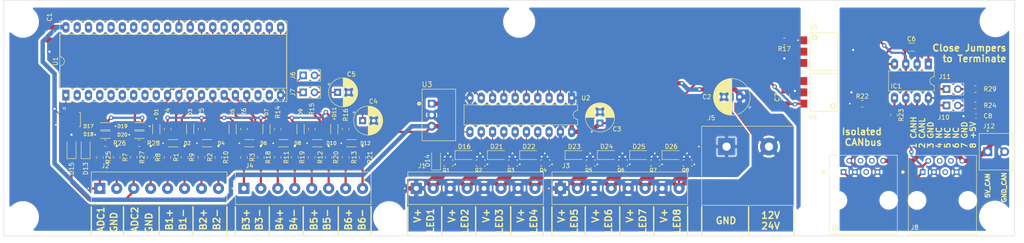
<source format=kicad_pcb>
(kicad_pcb (version 20211014) (generator pcbnew)
  (layers (0 "F.Cu" signal) (31 "B.Cu" signal) (34 "B.Paste" user) (35 "F.Paste" user) (36 "B.SilkS" user "B.Silkscreen") (37 "F.SilkS" user "F.Silkscreen") (38 "B.Mask" user) (39 "F.Mask" user) (44 "Edge.Cuts" user))
  (net 0 "")
  (net 1 "Net-(C4-Pad1)")
  (net 2 "Net-(C5-Pad1)")
  (net 21 "BUTTON3")
  (net 22 "BUTTON4")
  (net 23 "BUTTON5")
  (net 24 "BUTTON6")
  (net 25 "BUTTON7")
  (net 26 "BUTTON8")
  (net 27 "+5V")
  (net 28 "GND")
  (net 29 "VBUS")
  (net 30 "LED1")
  (net 31 "LED2")
  (net 32 "LED3")
  (net 33 "LED4")
  (net 34 "INPUT1")
  (net 35 "INPUT2")
  (net 36 "INPUT3")
  (net 37 "INPUT4")
  (net 38 "LED5")
  (net 39 "LED6")
  (net 40 "LED7")
  (net 41 "LED8")
  (net 42 "INPUT5")
  (net 43 "INPUT6")
  (net 44 "INPUT7")
  (net 45 "INPUT8")
  (net 46 "PWM1")
  (net 47 "PWM2")
  (net 48 "PWM3")
  (net 49 "PWM4")
  (net 50 "PWM5")
  (net 51 "PWM6")
  (net 52 "PWM7")
  (net 53 "PWM8")
  (net 54 "XPWM1")
  (net 55 "XPWM2")
  (net 56 "XPWM3")
  (net 57 "XPWM4")
  (net 58 "XPWM5")
  (net 59 "XPWM6")
  (net 60 "XPWM7")
  (net 61 "XPWM8")
  (net 62 "ADC1")
  (net 63 "ADC2")
  (net 64 "Net-(J2-Pad2)")
  (net 65 "Net-(J2-Pad4)")
  (net 66 "Net-(J2-Pad6)")
  (net 67 "Net-(J2-Pad8)")
  (net 68 "Net-(J4-Pad2)")
  (net 69 "Net-(J4-Pad4)")
  (net 70 "Net-(J4-Pad6)")
  (net 71 "Net-(J4-Pad8)")
  (net 72 "Net-(IC1-Pad1)")
  (net 73 "Net-(IC1-Pad4)")
  (net 74 "CANL")
  (net 75 "CANH")
  (net 76 "/CAN_TX")
  (net 77 "/CAN_RX")
  (net 85 "/CLK_IN")
  (net 86 "Net-(C8-Pad1)")
  (net 87 "Net-(IC1-Pad5)")
  (net 88 "Net-(J10-Pad2)")
  (net 89 "Net-(J11-Pad2)")
  (net 90 "+5V_CAN")
  (net 91 "GND_CAN")
  (net 92 "Net-(R17-Pad1)")
  (net 93 "Net-(R22-Pad1)")
  (footprint "Package_DIP:DIP-40_W15.24mm_Socket_LongPads" (layer "F.Cu") (at 33.655 93.98 90)
    (fp_text reference "U1")
    (fp_text value "FREESOC_MINI")
  )
  (footprint "MountingHole:MountingHole_3.2mm_M3_ISO14580" (layer "F.Cu") (at 24.003 77.47)
    (fp_text reference "H6" hide)
    (fp_text value "MountingHole")
  )
  (footprint "Footprints:PHOENIX_1727078" (layer "F.Cu") (at 54.61 114.935)
    (fp_text reference "J2")
    (fp_text value "1727078")
  )
  (footprint "Footprints:SODFL2512X73N" (layer "F.Cu") (at 42.545 100.965 180)
    (fp_text reference "D17")
    (fp_text value "SS16MH")
  )
  (footprint "Resistor_SMD:R_0805_2012Metric" (layer "F.Cu") (at 67.945 107.95 -90)
    (fp_text reference "R10")
    (fp_text value "1K")
  )
  (footprint "Diode_SMD:D_SOD-123FAC" (layer "F.Cu") (at 34.925 106.045 90)
    (fp_text reference "D15")
    (fp_text value "ATV02W240B")
  )
  (footprint "Resistor_SMD:R_0805_2012Metric" (layer "F.Cu") (at 238.0234 92.6084 180)
    (fp_text reference "R29")
    (fp_text value "60R")
  )
  (footprint "Footprints:SODFL2512X73N" (layer "F.Cu") (at 57.785 104.775)
    (fp_text reference "D2")
    (fp_text value "SS16MH")
  )
  (footprint "Footprints:SODFL2512X73N" (layer "F.Cu") (at 82.55 104.775)
    (fp_text reference "D8")
    (fp_text value "SS16MH")
  )
  (footprint "Resistor_SMD:R_0805_2012Metric" (layer "F.Cu") (at 45.085 107.95 -90)
    (fp_text reference "R7")
    (fp_text value "1K")
  )
  (footprint "Footprints:TRANS_EPC2014C" (layer "F.Cu") (at 151.585 109.22 180)
    (fp_text reference locked "Q5")
    (fp_text value "EPC2014C")
  )
  (footprint "Footprints:TRANS_EPC2014C" (layer "F.Cu") (at 141.391 109.22 180)
    (fp_text reference locked "Q4")
    (fp_text value "EPC2014C")
  )
  (footprint "Footprints:TRANS_EPC2014C" (layer "F.Cu") (at 166.105 109.22 180)
    (fp_text reference locked "Q7")
    (fp_text value "EPC2014C")
  )
  (footprint "Footprints:IC_H11L1SR2M" (layer "F.Cu") (at 203.9895 84.201)
    (fp_text reference "U4")
    (fp_text value "H11L1SR2M")
  )
  (footprint "Footprints:PHOENIX_1727078" (layer "F.Cu") (at 158.115 114.935)
    (fp_text reference "J3")
    (fp_text value "1727078")
  )
  (footprint "Footprints:PHOENIX_1727078" (layer "F.Cu") (at 125.73 114.935)
    (fp_text reference "J1")
    (fp_text value "1727078")
  )
  (footprint "MountingHole:MountingHole_3.2mm_M3_ISO14580" (layer "F.Cu") (at 24.003 121.412)
    (fp_text reference "H7" hide)
    (fp_text value "MountingHole")
  )
  (footprint "Footprints:OSC_ECS-3961-240-AU-TR" (layer "F.Cu") (at 34.417 99.441)
    (fp_text reference "Y1")
    (fp_text value "ECS-3961-240-AU-TR")
  )
  (footprint "Diode_SMD:D_SOD-123FAC" (layer "F.Cu") (at 148.029 107.442)
    (fp_text reference "D23")
    (fp_text value "SS16MH")
  )
  (footprint "Resistor_SMD:R_0805_2012Metric" (layer "F.Cu") (at 212.602 95.885)
    (fp_text reference "R22")
    (fp_text value "300R")
  )
  (footprint "Resistor_SMD:R_0805_2012Metric" (layer "F.Cu") (at 88.9 107.95 90)
    (fp_text reference "R12")
    (fp_text value "1K")
  )
  (footprint "Capacitor_SMD:C_0603_1608Metric" (layer "F.Cu") (at 238.1504 98.7044 180)
    (fp_text reference "C8")
    (fp_text value "4700pF")
  )
  (footprint "Footprints:SODFL2512X73N" (layer "F.Cu") (at 90.17 104.775)
    (fp_text reference "D10")
    (fp_text value "SS16MH")
  )
  (footprint "Capacitor_SMD:C_1206_3216Metric" (layer "F.Cu") (at 29.972 80.137 -90)
    (fp_text reference "C1")
    (fp_text value "10UF")
  )
  (footprint "Resistor_SMD:R_0805_2012Metric" (layer "F.Cu") (at 42.545 104.775 180)
    (fp_text reference "R26")
    (fp_text value "1K")
  )
  (footprint "Capacitor_THT:CP_Radial_D8.0mm_P3.50mm" (layer "F.Cu") (at 185.040651 94.361 180)
    (fp_text reference "C2")
    (fp_text value "100u")
  )
  (footprint "Diode_SMD:D_SOD-123FAC" (layer "F.Cu") (at 155.289 107.442)
    (fp_text reference "D24")
    (fp_text value "SS16MH")
  )
  (footprint "Footprints:SODFL2512X73N" (layer "F.Cu") (at 50.195 102.87)
    (fp_text reference "D20")
    (fp_text value "SS16MH")
  )
  (footprint "Footprints:TRANS_EPC2014C" (layer "F.Cu") (at 126.871 109.22 180)
    (fp_text reference locked "Q2")
    (fp_text value "EPC2014C")
  )
  (footprint "Resistor_SMD:R_0805_2012Metric" (layer "F.Cu") (at 73.66 101.6 -90)
    (fp_text reference "R6")
    (fp_text value "22K")
  )
  (footprint "Connector_PinHeader_2.54mm:PinHeader_1x02_P2.54mm_Vertical" (layer "F.Cu") (at 231.5414 96.2914 90)
    (fp_text reference "J10")
    (fp_text value "Conn_01x02_Male")
  )
  (footprint "Resistor_SMD:R_0805_2012Metric" (layer "F.Cu") (at 81.28 107.95 90)
    (fp_text reference "R11")
    (fp_text value "1K")
  )
  (footprint "Capacitor_SMD:C_1206_3216Metric" (layer "F.Cu") (at 195.3535 94.488 90)
    (fp_text reference "C7")
    (fp_text value "10UF")
  )
  (footprint "Resistor_SMD:R_0805_2012Metric" (layer "F.Cu") (at 56.515 107.95 90)
    (fp_text reference "R1")
    (fp_text value "1K")
  )
  (footprint "Resistor_SMD:R_0805_2012Metric" (layer "F.Cu") (at 60.325 107.95 -90)
    (fp_text reference "R9")
    (fp_text value "1K")
  )
  (footprint "Package_DIP:DIP-8_W7.62mm_LongPads" (layer "F.Cu") (at 227.4745 86.98 -90)
    (fp_text reference "IC1")
    (fp_text value "MCP2561FD-E/P ")
  )
  (footprint "Footprints:SODFL2512X73N" (layer "F.Cu") (at 53.975 101.6 -90)
    (fp_text reference "D1")
    (fp_text value "SS16MH")
  )
  (footprint "Resistor_SMD:R_0805_2012Metric" (layer "F.Cu") (at 64.135 107.95 90)
    (fp_text reference "R2")
    (fp_text value "1K")
  )
  (footprint "Diode_SMD:D_SOD-123FAC" (layer "F.Cu") (at 38.1 106.045 90)
    (fp_text reference "D13")
    (fp_text value "ATV02W240B")
  )
  (footprint "Resistor_SMD:R_0805_2012Metric" (layer "F.Cu") (at 81.28 101.6 -90)
    (fp_text reference "R14")
    (fp_text value "22K")
  )
  (footprint "Footprints:PHOENIX_1727078" (layer "F.Cu") (at 86.995 114.935)
    (fp_text reference "J4")
    (fp_text value "1727078")
  )
  (footprint "Footprints:SODFL2512X73N" (layer "F.Cu") (at 71.12 101.6 -90)
    (fp_text reference "D5")
    (fp_text value "SS16MH")
  )
  (footprint "Footprints:SODFL2512X73N" (layer "F.Cu") (at 86.39 101.6 -90)
    (fp_text reference "D9")
    (fp_text value "SS16MH")
  )
  (footprint "Diode_SMD:D_SOD-123FAC" (layer "F.Cu") (at 169.809 107.442)
    (fp_text reference "D26")
    (fp_text value "SS16MH")
  )
  (footprint "Resistor_SMD:R_0805_2012Metric" (layer "F.Cu") (at 238.0234 96.2914)
    (fp_text reference "R24")
    (fp_text value "60R")
  )
  (footprint "Connector_PinHeader_2.54mm:PinHeader_1x02_P2.54mm_Vertical" (layer "F.Cu") (at 86.99 89.535 90)
    (fp_text reference "J6")
    (fp_text value "Conn_01x02_Male")
  )
  (footprint "Footprints:AMPHENOL_54602-908LF" (layer "F.Cu") (at 212.852 117.602)
    (fp_text reference "J9")
    (fp_text value "54602-908LF")
  )
  (footprint "Connector_PinHeader_2.54mm:PinHeader_1x02_P2.54mm_Vertical" (layer "F.Cu") (at 231.5414 92.6084 90)
    (fp_text reference "J11")
    (fp_text value "Conn_01x02_Male")
  )
  (footprint "Footprints:SODFL2512X73N" (layer "F.Cu") (at 65.405 104.775)
    (fp_text reference "D4")
    (fp_text value "SS16MH")
  )
  (footprint "Resistor_SMD:R_0805_2012Metric" (layer "F.Cu") (at 88.9 101.6 -90)
    (fp_text reference "R15")
    (fp_text value "22K")
  )
  (footprint "Footprints:SODFL2512X73N" (layer "F.Cu") (at 97.82 104.775)
    (fp_text reference "D12")
    (fp_text value "SS16MH")
  )
  (footprint "Footprints:TE_284392-2" (layer "F.Cu") (at 242.697 106.68)
    (fp_text reference "J12")
    (fp_text value "284392-2")
  )
  (footprint "Diode_SMD:D_SOD-123FAC" (layer "F.Cu") (at 123.315 107.442)
    (fp_text reference "D16")
    (fp_text value "SS16MH")
  )
  (footprint "Footprints:SODFL2512X73N" (layer "F.Cu") (at 61.595 101.6 -90)
    (fp_text reference "D3")
    (fp_text value "SS16MH")
  )
  (footprint "Footprints:SODFL2512X73N" (layer "F.Cu") (at 93.98 101.6 -90)
    (fp_text reference "D11")
    (fp_text value "SS16MH")
  )
  (footprint "Resistor_SMD:R_0805_2012Metric" (layer "F.Cu") (at 92.71 107.95 -90)
    (fp_text reference "R20")
    (fp_text value "1K")
  )
  (footprint "MountingHole:MountingHole_3.2mm_M3_ISO14580" (layer "F.Cu") (at 201.168 121.666)
    (fp_text reference "H2" hide)
    (fp_text value "MountingHole")
  )
  (footprint "Resistor_SMD:R_0805_2012Metric" (layer "F.Cu") (at 77.47 107.95 -90)
    (fp_text reference "R18")
    (fp_text value "1K")
  )
  (footprint "Resistor_SMD:R_0805_2012Metric" (layer "F.Cu") (at 41.275 107.95 90)
    (fp_text reference "R25")
    (fp_text value "4.7K")
  )
  (footprint "MountingHole:MountingHole_3.2mm_M3_ISO14580" (layer "F.Cu") (at 242.443 121.285)
    (fp_text reference "H3" hide)
    (fp_text value "MountingHole")
  )
  (footprint "Footprints:AMPHENOL_54602-908LF" (layer "F.Cu") (at 230.632 117.622)
    (fp_text reference "J8")
    (fp_text value "54602-908LF")
  )
  (footprint "Footprints:SODFL2512X73N" (layer "F.Cu") (at 74.93 104.775)
    (fp_text reference "D6")
    (fp_text value "SS16MH")
  )
  (footprint "Footprints:IC_H11L1SR2M" (layer "F.Cu") (at 203.9895 93.345 180)
    (fp_text reference "U5")
    (fp_text value "H11L1SR2M")
  )
  (footprint "Footprints:TRANS_EPC2014C" (layer "F.Cu") (at 173.365 109.22 180)
    (fp_text reference locked "Q8")
    (fp_text value "EPC2014C")
  )
  (footprint "Capacitor_THT:CP_Radial_D6.3mm_P2.50mm" (layer "F.Cu") (at 100.33 99.695)
    (fp_text reference "C4")
    (fp_text value "100u")
  )
  (footprint "MountingHole:MountingHole_3.2mm_M3_ISO14580" (layer "F.Cu") (at 242.57 77.343)
    (fp_text reference "H4" hide)
    (fp_text value "MountingHole")
  )
  (footprint "Footprints:TRANS_EPC2014C" (layer "F.Cu") (at 158.845 109.22 180)
    (fp_text reference locked "Q6")
    (fp_text value "EPC2014C")
  )
  (footprint "Resistor_SMD:R_0805_2012Metric" (layer "F.Cu") (at 96.52 107.95 90)
    (fp_text reference "R13")
    (fp_text value "1K")
  )
  (footprint "Resistor_SMD:R_0805_2012Metric" (layer "F.Cu") (at 96.52 101.6 -90)
    (fp_text reference "R16")
    (fp_text value "22K")
  )
  (footprint "Footprints:SODFL2512X73N" (layer "F.Cu") (at 78.74 101.6 -90)
    (fp_text reference "D7")
    (fp_text value "SS16MH")
  )
  (footprint "Diode_SMD:D_SOD-123FAC" (layer "F.Cu") (at 116.84 108.585 90)
    (fp_text reference "D14")
    (fp_text value "SS16MH")
  )
  (footprint "Resistor_SMD:R_0805_2012Metric" (layer "F.Cu") (at 52.705 107.95 -90)
    (fp_text reference "R8")
    (fp_text value "1K")
  )
  (footprint "Resistor_SMD:R_0805_2012Metric" (layer "F.Cu") (at 73.66 107.95 90)
    (fp_text reference "R3")
    (fp_text value "1K")
  )
  (footprint "Connector_PinHeader_2.54mm:PinHeader_1x02_P2.54mm_Vertical" (layer "F.Cu") (at 86.99 93.345 90)
    (fp_text reference "J7")
    (fp_text value "Conn_01x02_Male")
  )
  (footprint "Diode_SMD:D_SOD-123FAC" (layer "F.Cu") (at 162.549 107.442)
    (fp_text reference "D25")
    (fp_text value "SS16MH")
  )
  (footprint "Resistor_SMD:R_0805_2012Metric" (layer "F.Cu") (at 195.0995 81.915 180)
    (fp_text reference "R17")
    (fp_text value "300R")
  )
  (footprint "Capacitor_THT:CP_Radial_D6.3mm_P2.50mm" (layer "F.Cu") (at 94.702621 93.345)
    (fp_text reference "C5")
    (fp_text value "100u")
  )
  (footprint "Footprints:TRANS_EPC2014C" (layer "F.Cu") (at 119.611 109.22 180)
    (fp_text reference locked "Q1")
    (fp_text value "EPC2014C")
  )
  (footprint "Resistor_SMD:R_0805_2012Metric" (layer "F.Cu") (at 100.33 107.95 -90)
    (fp_text reference "R21")
    (fp_text value "1K")
  )
  (footprint "MountingHole:MountingHole_3.2mm_M3_ISO14580" (layer "F.Cu") (at 135.509 77.47)
    (fp_text reference "H5" hide)
    (fp_text value "MountingHole")
  )
  (footprint "Resistor_SMD:R_0805_2012Metric" (layer "F.Cu") (at 56.515 101.6 -90)
    (fp_text reference "R4")
    (fp_text value "22K")
  )
  (footprint "Footprints:SODFL2512X73N" (layer "F.Cu") (at 50.165 100.965 180)
    (fp_text reference "D19")
    (fp_text value "SS16MH")
  )
  (footprint "MountingHole:MountingHole_3.2mm_M3_ISO14580" (layer "F.Cu") (at 106.299 121.412)
    (fp_text reference "H1" hide)
    (fp_text value "MountingHole")
  )
  (footprint "Capacitor_SMD:C_1206_3216Metric" (layer "F.Cu") (at 223.6745 83.185)
    (fp_text reference "C6")
    (fp_text value "10UF")
  )
  (footprint "Footprints:SODFL2512X73N" (layer "F.Cu") (at 42.545 102.87)
    (fp_text reference "D18")
    (fp_text value "SS16MH")
  )
  (footprint "Resistor_SMD:R_0805_2012Metric" (layer "F.Cu") (at 219.71 98.4485 -90)
    (fp_text reference "R23")
    (fp_text value "300R")
  )
  (footprint "Resistor_SMD:R_0805_2012Metric" (layer "F.Cu") (at 85.09 107.95 -90)
    (fp_text reference "R19")
    (fp_text value "1K")
  )
  (footprint "Capacitor_THT:CP_Radial_D6.3mm_P2.50mm" (layer "F.Cu") (at 153.67 100.24238 90)
    (fp_text reference "C3")
    (fp_text value "C")
  )
  (footprint "Diode_SMD:D_SOD-123FAC" (layer "F.Cu") (at 130.575 107.442)
    (fp_text reference "D21")
    (fp_text value "SS16MH")
  )
  (footprint "Footprints:TRANS_EPC2014C" (layer "F.Cu") (at 134.131 109.22 180)
    (fp_text reference locked "Q3")
    (fp_text value "EPC2014C")
  )
  (footprint "Resistor_SMD:R_0805_2012Metric" (layer "F.Cu") (at 48.895 107.95 90)
    (fp_text reference "R27")
    (fp_text value "4.7K")
  )
  (footprint "Resistor_SMD:R_0805_2012Metric" (layer "F.Cu") (at 50.165 104.775 180)
    (fp_text reference "R28")
    (fp_text value "1K")
  )
  (footprint "Package_DIP:DIP-20_W7.62mm_LongPads" (layer "F.Cu") (at 147.315 94.6 -90)
    (fp_text reference "U2")
    (fp_text value "74HCT541")
  )
  (footprint "Diode_SMD:D_SOD-123FAC" (layer "F.Cu") (at 137.835 107.442)
    (fp_text reference "D22")
    (fp_text value "SS16MH")
  )
  (footprint "Footprints:TE_4-1437652-0" (layer "F.Cu") (at 182.113 105.537)
    (fp_text reference "J5")
    (fp_text value "4-1437652-0")
  )
  (footprint "Footprints:VX78012-500_VX7805-500" (layer "F.Cu") (at 117.475 98.425 -90)
    (fp_text reference "U3")
    (fp_text value "VX7805-500")
  )
  (footprint "Resistor_SMD:R_0805_2012Metric" (layer "F.Cu") (at 64.135 101.6 -90)
    (fp_text reference "R5")
    (fp_text value "22K")
  )
  (gr_line (start 173.355 119.0625) (end 173.355 125.2855) (layer "F.SilkS") (width 0.3))
  (gr_line (start 79.375 119.0625) (end 79.375 125.2855) (layer "F.SilkS") (width 0.3))
  (gr_line (start 69.85 119.0625) (end 69.85 125.2855) (layer "F.SilkS") (width 0.3))
  (gr_line (start 133.604 119.0625) (end 133.604 125.2855) (layer "F.SilkS") (width 0.3))
  (gr_line (start 86.995 119.0625) (end 86.995 125.2855) (layer "F.SilkS") (width 0.3))
  (gr_line (start 94.869 119.0625) (end 94.869 125.2855) (layer "F.SilkS") (width 0.3))
  (gr_line (start 39.37 119.0625) (end 39.37 125.2855) (layer "F.SilkS") (width 0.3))
  (gr_line (start 46.609 119.0625) (end 46.609 125.2855) (layer "F.SilkS") (width 0.3))
  (gr_line (start 71.755 119.0625) (end 71.755 125.2855) (layer "F.SilkS") (width 0.3))
  (gr_line (start 165.735 119.0625) (end 165.735 125.2855) (layer "F.SilkS") (width 0.3))
  (gr_line (start 140.97 119.0625) (end 140.97 125.2855) (layer "F.SilkS") (width 0.3))
  (gr_line (start 142.875 119.0625) (end 142.875 125.2855) (layer "F.SilkS") (width 0.3))
  (gr_line (start 197.231 119.0625) (end 197.231 125.2855) (layer "F.SilkS") (width 0.3))
  (gr_line (start 54.61 119.0625) (end 54.61 125.2855) (layer "F.SilkS") (width 0.3))
  (gr_line (start 158.115 119.0625) (end 158.115 125.2855) (layer "F.SilkS") (width 0.3))
  (gr_line (start 187.071 119.0625) (end 187.071 125.2855) (layer "F.SilkS") (width 0.3))
  (gr_line (start 176.53 119.0625) (end 176.53 125.2855) (layer "F.SilkS") (width 0.3))
  (gr_line (start 102.235 118.999) (end 102.235 125.222) (layer "F.SilkS") (width 0.3))
  (gr_line (start 118.11 119.0625) (end 118.11 125.2855) (layer "F.SilkS") (width 0.3))
  (gr_line (start 150.368 119.0625) (end 150.368 125.2855) (layer "F.SilkS") (width 0.3))
  (gr_line (start 62.23 119.0625) (end 62.23 125.2855) (layer "F.SilkS") (width 0.3))
  (gr_line (start 125.73 119.0625) (end 125.73 125.2855) (layer "F.SilkS") (width 0.3))
  (gr_line (start 110.49 119.0625) (end 110.49 125.2855) (layer "F.SilkS") (width 0.3))
  (gr_rect (start 19.685 125.603) (end 246.888 72.644) (layer "Edge.Cuts") (width 0.1) (fill none))
  (gr_text "LED3" (at 131.045856 122.301 90) (layer "F.SilkS") (effects (font (size 1.5 1.5) (thickness 0.3))))
  (gr_text "LED4" (at 138.774716 122.301 90) (layer "F.SilkS") (effects (font (size 1.5 1.5) (thickness 0.3))))
  (gr_text "7 GND" (at 235.585 106.045 90) (layer "F.SilkS") (effects (font (size 1.25 1.25) (thickness 0.25)) (justify left)))
  (gr_text "LED8" (at 170.978291 122.301 90) (layer "F.SilkS") (effects (font (size 1.5 1.5) (thickness 0.3))))
  (gr_text "V+" (at 160.364715 121.031 90) (layer "F.SilkS") (effects (font (size 1.5 1.5) (thickness 0.3))))
  (gr_text "V+" (at 128.106712 121.031 90) (layer "F.SilkS") (effects (font (size 1.5 1.5) (thickness 0.3))))
  (gr_text "6 NC" (at 233.68 106.045 90) (layer "F.SilkS") (effects (font (size 1.25 1.25) (thickness 0.25)) (justify left)))
  (gr_text "8 +5V" (at 237.49 106.045 90) (layer "F.SilkS") (effects (font (size 1.25 1.25) (thickness 0.25)) (justify left)))
  (gr_text "B1+" (at 56.896 121.92 90) (layer "F.SilkS") (effects (font (size 1.5 1.5) (thickness 0.3))))
  (gr_text "12V\n24V" (at 192.024 122.174) (layer "F.SilkS") (effects (font (size 1.5 1.5) (thickness 0.3))))
  (gr_text "1 CANH" (at 224.155 106.045 90) (layer "F.SilkS") (effects (font (size 1.25 1.25) (thickness 0.25)) (justify left)))
  (gr_text "GND" (at 52.324 122.682 90) (layer "F.SilkS") (effects (font (size 1.5 1.5) (thickness 0.3))))
  (gr_text "Isolated\nCANbus" (at 217.17 103.378) (layer "F.SilkS") (effects (font (size 1.5 1.5) (thickness 0.3)) (justify right)))
  (gr_text "B4+" (at 81.661 121.92 90) (layer "F.SilkS") (effects (font (size 1.5 1.5) (thickness 0.3))))
  (gr_text "ADC1" (at 41.529 121.92 90) (layer "F.SilkS") (effects (font (size 1.5 1.5) (thickness 0.3))))
  (gr_text "B4-" (at 84.836 121.92 90) (layer "F.SilkS") (effects (font (size 1.5 1.5) (thickness 0.3))))
  (gr_text "GND" (at 44.45 122.555 90) (layer "F.SilkS") (effects (font (size 1.5 1.5) (thickness 0.3))))
  (gr_text "LED6" (at 155.593146 122.301 90) (layer "F.SilkS") (effects (font (size 1.5 1.5) (thickness 0.3))))
  (gr_text "B3-" (at 77.089 121.92 90) (layer "F.SilkS") (effects (font (size 1.5 1.5) (thickness 0.3))))
  (gr_text "V+" (at 120.377856 121.031 90) (layer "F.SilkS") (effects (font (size 1.5 1.5) (thickness 0.3))))
  (gr_text "B6-" (at 100.203 121.92 90) (layer "F.SilkS") (effects (font (size 1.5 1.5) (thickness 0.3))))
  (gr_text "V+" (at 135.835568 121.031 90) (layer "F.SilkS") (effects (font (size 1.5 1.5) (thickness 0.3))))
  (gr_text "ADC2" (at 49.149 121.92 90) (layer "F.SilkS") (effects (font (size 1.5 1.5) (thickness 0.3))))
  (gr_text "V+" (at 112.649 121.031 90) (layer "F.SilkS") (effects (font (size 1.5 1.5) (thickness 0.3))))
  (gr_text "2 CANL" (at 226.06 106.045 90) (layer "F.SilkS") (effects (font (size 1.25 1.25) (thickness 0.25)) (justify left)))
  (gr_text "B5+" (at 89.408 121.92 90) (layer "F.SilkS") (effects (font (size 1.5 1.5) (thickness 0.3))))
  (gr_text "B2+" (at 64.516 121.92 90) (layer "F.SilkS") (effects (font (size 1.5 1.5) (thickness 0.3))))
  (gr_text "B5-" (at 92.329 121.92 90) (layer "F.SilkS") (effects (font (size 1.5 1.5) (thickness 0.3))))
  (gr_text "GND" (at 181.991 122.174) (layer "F.SilkS") (effects (font (size 1.5 1.5) (thickness 0.3))))
  (gr_text "5 NC" (at 231.775 106.045 90) (layer "F.SilkS") (effects (font (size 1.25 1.25) (thickness 0.25)) (justify left)))
  (gr_text "LED5" (at 147.900576 122.301 90) (layer "F.SilkS") (effects (font (size 1.5 1.5) (thickness 0.3))))
  (gr_text "GND_CAN" (at 244.475 118.237 90) (layer "F.SilkS") (effects (font (size 1 1) (thickness 0.25)) (justify left)))
  (gr_text "V+" (at 152.672145 121.031 90) (layer "F.SilkS") (effects (font (size 1.5 1.5) (thickness 0.3))))
  (gr_text "V+" (at 168.057285 121.031 90) (layer "F.SilkS") (effects (font (size 1.5 1.5) (thickness 0.3))))
  (gr_text "LED7" (at 163.285716 122.301 90) (layer "F.SilkS") (effects (font (size 1.5 1.5) (thickness 0.3))))
  (gr_text "B3+" (at 74.168 121.92 90) (layer "F.SilkS") (effects (font (size 1.5 1.5) (thickness 0.3))))
  (gr_text "V+" (at 144.979575 121.031 90) (layer "F.SilkS") (effects (font (size 1.5 1.5) (thickness 0.3))))
  (gr_text "LED1" (at 115.588144 122.174 90) (layer "F.SilkS") (effects (font (size 1.5 1.5) (thickness 0.3))))
  (gr_text "LED2" (at 123.317 122.301 90) (layer "F.SilkS") (effects (font (size 1.5 1.5) (thickness 0.3))))
  (gr_text "B2-" (at 67.564 121.92 90) (layer "F.SilkS") (effects (font (size 1.5 1.5) (thickness 0.3))))
  (gr_text "4 NC" (at 229.87 106.045 90) (layer "F.SilkS") (effects (font (size 1.25 1.25) (thickness 0.25)) (justify left)))
  (gr_text "B6+" (at 97.155 121.92 90) (layer "F.SilkS") (effects (font (size 1.5 1.5) (thickness 0.3))))
  (gr_text "Close Jumpers\nto Terminate\n" (at 245.1608 84.582) (layer "F.SilkS") (effects (font (size 1.5 1.5) (thickness 0.3)) (justify right)))
  (gr_text "3 GND" (at 227.965 106.045 90) (layer "F.SilkS") (effects (font (size 1.25 1.25) (thickness 0.25)) (justify left)))
  (gr_text "B1-" (at 59.944 121.92 90) (layer "F.SilkS") (effects (font (size 1.5 1.5) (thickness 0.3))))
  (gr_text "5V_CAN" (at 240.792 117.221 90) (layer "F.SilkS") (effects (font (size 1 1) (thickness 0.25)) (justify left)))
  (segment (start 89.53 89.535) (end 91.44 89.535) (width 0.3) (layer "F.Cu") (net 1))
  (segment (start 98.425 91.44) (end 100.33 93.345) (width 0.3) (layer "F.Cu") (net 1))
  (segment (start 91.44 89.535) (end 93.345 91.44) (width 0.3) (layer "F.Cu") (net 1))
  (segment (start 100.33 93.345) (end 100.33 99.695) (width 0.3) (layer "F.Cu") (net 1))
  (segment (start 93.345 91.44) (end 98.425 91.44) (width 0.3) (layer "F.Cu") (net 1))
  (segment (start 89.53 93.345) (end 94.702621 93.345) (width 0.3) (layer "F.Cu") (net 2))
  (segment (start 57.15 104.745) (end 57.12 104.775) (width 0.5) (layer "F.Cu") (net 21))
  (segment (start 58.42 102.235) (end 58.42 98.425) (width 0.5) (layer "F.Cu") (net 21))
  (segment (start 56.515 102.5125) (end 58.1425 102.5125) (width 0.5) (layer "F.Cu") (net 21))
  (segment (start 61.595 95.25) (end 61.595 93.98) (width 0.5) (layer "F.Cu") (net 21))
  (segment (start 56.515 106.045) (end 56.515 107.0375) (width 0.5) (layer "F.Cu") (net 21))
  (segment (start 57.12 105.44) (end 56.515 106.045) (width 0.5) (layer "F.Cu") (net 21))
  (segment (start 58.1425 102.5125) (end 58.42 102.235) (width 0.5) (layer "F.Cu") (net 21))
  (segment (start 56.515 102.5125) (end 56.515 103.505) (width 0.5) (layer "F.Cu") (net 21))
  (segment (start 57.15 104.14) (end 57.15 104.745) (width 0.5) (layer "F.Cu") (net 21))
  (segment (start 58.42 98.425) (end 61.595 95.25) (width 0.5) (layer "F.Cu") (net 21))
  (segment (start 57.12 104.775) (end 57.12 105.44) (width 0.5) (layer "F.Cu") (net 21))
  (segment (start 53.975 102.615) (end 56.4125 102.615) (width 0.5) (layer "F.Cu") (net 21))
  (segment (start 56.4125 102.615) (end 56.515 102.5125) (width 0.5) (layer "F.Cu") (net 21))
  (segment (start 56.515 103.505) (end 57.15 104.14) (width 0.5) (layer "F.Cu") (net 21))
  (segment (start 59.69 102.235) (end 59.69 99.06) (width 0.5) (layer "F.Cu") (net 22))
  (segment (start 59.69 99.06) (end 64.135 94.615) (width 0.5) (layer "F.Cu") (net 22))
  (segment (start 61.6975 102.5125) (end 61.595 102.615) (width 0.5) (layer "F.Cu") (net 22))
  (segment (start 64.135 102.5125) (end 61.6975 102.5125) (width 0.5) (layer "F.Cu") (net 22))
  (segment (start 64.135 107.0375) (end 64.135 102.5125) (width 0.5) (layer "F.Cu") (net 22))
  (segment (start 60.07 102.615) (end 59.69 102.235) (width 0.5) (layer "F.Cu") (net 22))
  (segment (start 64.135 94.615) (end 64.135 93.98) (width 0.5) (layer "F.Cu") (net 22))
  (segment (start 61.595 102.615) (end 60.07 102.615) (width 0.5) (layer "F.Cu") (net 22))
  (segment (start 73.66 102.5125) (end 71.2225 102.5125) (width 0.5) (layer "F.Cu") (net 23))
  (segment (start 75.5 99.63) (end 74.93 99.06) (width 0.5) (layer "F.Cu") (net 23))
  (segment (start 74.6525 102.5125) (end 75.5 101.665) (width 0.5) (layer "F.Cu") (net 23))
  (segment (start 68.58 97.155) (end 66.675 95.25) (width 0.5) (layer "F.Cu") (net 23))
  (segment (start 66.675 95.25) (end 66.675 93.98) (width 0.5) (layer "F.Cu") (net 23))
  (segment (start 71.2225 102.5125) (end 71.12 102.615) (width 0.5) (layer "F.Cu") (net 23))
  (segment (start 75.5 101.665) (end 75.5 99.63) (width 0.5) (layer "F.Cu") (net 23))
  (segment (start 73.66 107.0375) (end 73.66 102.5125) (width 0.5) (layer "F.Cu") (net 23))
  (segment (start 70.485 97.155) (end 68.58 97.155) (width 0.5) (layer "F.Cu") (net 23))
  (segment (start 74.93 99.06) (end 72.39 99.06) (width 0.5) (layer "F.Cu") (net 23))
  (segment (start 73.66 102.5125) (end 74.6525 102.5125) (width 0.5) (layer "F.Cu") (net 23))
  (segment (start 72.39 99.06) (end 70.485 97.155) (width 0.5) (layer "F.Cu") (net 23))
  (segment (start 81.28 102.5125) (end 78.8425 102.5125) (width 0.5) (layer "F.Cu") (net 24))
  (segment (start 74.995 97.855) (end 73.09 97.855) (width 0.5) (layer "F.Cu") (net 24))
  (segment (start 73.09 97.855) (end 69.215 93.98) (width 0.5) (layer "F.Cu") (net 24))
  (segment (start 76.2 99.06) (end 74.995 97.855) (width 0.5) (layer "F.Cu") (net 24))
  (segment (start 77.85 102.615) (end 76.2 100.965) (width 0.5) (layer "F.Cu") (net 24))
  (segment (start 78.8425 102.5125) (end 78.74 102.615) (width 0.5) (layer "F.Cu") (net 24))
  (segment (start 76.2 100.965) (end 76.2 99.06) (width 0.5) (layer "F.Cu") (net 24))
  (segment (start 78.74 102.615) (end 77.85 102.615) (width 0.5) (layer "F.Cu") (net 24))
  (segment (start 81.28 107.0375) (end 81.28 102.5125) (width 0.5) (layer "F.Cu") (net 24))
  (segment (start 74.295 97.155) (end 71.755 94.615) (width 0.5) (layer "F.Cu") (net 25))
  (segment (start 88.265 97.155) (end 74.295 97.155) (width 0.5) (layer "F.Cu") (net 25))
  (segment (start 89.8925 102.5125) (end 90.74 101.665) (width 0.5) (layer "F.Cu") (net 25))
  (segment (start 71.755 94.615) (end 71.755 93.98) (width 0.5) (layer "F.Cu") (net 25))
  (segment (start 86.4925 102.5125) (end 86.39 102.615) (width 0.5) (layer "F.Cu") (net 25))
  (segment (start 88.9 102.5125) (end 89.8925 102.5125) (width 0.5) (layer "F.Cu") (net 25))
  (segment (start 90.74 101.665) (end 90.74 99.63) (width 0.5) (layer "F.Cu") (net 25))
  (segment (start 88.9 107.0375) (end 88.9 102.5125) (width 0.5) (layer "F.Cu") (net 25))
  (segment (start 88.9 102.5125) (end 86.4925 102.5125) (width 0.5) (layer "F.Cu") (net 25))
  (segment (start 90.74 99.63) (end 88.265 97.155) (width 0.5) (layer "F.Cu") (net 25))
  (segment (start 92.455 102.615) (end 91.44 101.6) (width 0.5) (layer "F.Cu") (net 26))
  (segment (start 96.52 102.5125) (end 94.0825 102.5125) (width 0.5) (layer "F.Cu") (net 26))
  (segment (start 96.52 107.0375) (end 96.52 102.5125) (width 0.5) (layer "F.Cu") (net 26))
  (segment (start 93.98 102.615) (end 92.455 102.615) (width 0.5) (layer "F.Cu") (net 26))
  (segment (start 74.93 95.885) (end 74.295 95.25) (width 0.5) (layer "F.Cu") (net 26))
  (segment (start 74.295 95.25) (end 74.295 93.98) (width 0.5) (layer "F.Cu") (net 26))
  (segment (start 91.44 101.6) (end 91.44 99.06) (width 0.5) (layer "F.Cu") (net 26))
  (segment (start 94.0825 102.5125) (end 93.98 102.615) (width 0.5) (layer "F.Cu") (net 26))
  (segment (start 88.265 95.885) (end 74.93 95.885) (width 0.5) (layer "F.Cu") (net 26))
  (segment (start 91.44 99.06) (end 88.265 95.885) (width 0.5) (layer "F.Cu") (net 26))
  (segment (start 199.4845 95.885) (end 197.6395 95.885) (width 0.5) (layer "F.Cu") (net 27))
  (segment (start 176.875 89.662) (end 190.5275 89.662) (width 0.5) (layer "F.Cu") (net 27))
  (segment (start 29.972 78.662) (end 33.577 78.662) (width 1) (layer "F.Cu") (net 27))
  (segment (start 166.29462 100.24238) (end 176.875 89.662) (width 0.5) (layer "F.Cu") (net 27))
  (segment (start 97.5125 100.6875) (end 99.06 102.235) (width 0.5) (layer "F.Cu") (net 27))
  (segment (start 118.745 100.965) (end 115.85 100.965) (width 1) (layer "F.Cu") (net 27))
  (segment (start 78.075 100.935) (end 78.74 100.935) (width 0.5) (layer "F.Cu") (net 27))
  (segment (start 33.577 78.662) (end 33.655 78.74) (width 1) (layer "F.Cu") (net 27))
  (segment (start 86.36 100.965) (end 85.725 100.965) (width 0.5) (layer "F.Cu") (net 27))
  (segment (start 43.21 100.965) (end 43.21 99.665) (width 0.5) (layer "F.Cu") (net 27))
  (segment (start 86.39 100.935) (end 86.36 100.965) (width 0.5) (layer "F.Cu") (net 27))
  (segment (start 99.06 102.235) (end 114.58 102.235) (width 0.5) (layer "F.Cu") (net 27))
  (segment (start 151.69238 102.22) (end 153.67 100.24238) (width 1) (layer "F.Cu") (net 27))
  (segment (start 43.21 99.665) (end 43.815 99.06) (width 0.5) (layer "F.Cu") (net 27))
  (segment (start 70.485 99.06) (end 69.215 99.06) (width 0.5) (layer "F.Cu") (net 27))
  (segment (start 61.8425 100.6875) (end 61.595 100.935) (width 0.5) (layer "F.Cu") (net 27))
  (segment (start 147.315 102.22) (end 151.69238 102.22) (width 1) (layer "F.Cu") (net 27))
  (segment (start 93.285 100.935) (end 93.98 100.935) (width 0.5) (layer "F.Cu") (net 27))
  (segment (start 78.9875 100.6875) (end 78.74 100.935) (width 0.5) (layer "F.Cu") (net 27))
  (segment (start 50.83 100.965) (end 53.945 100.965) (width 0.5) (layer "F.Cu") (net 27))
  (segment (start 50.83 100.965) (end 50.83 99.09) (width 0.5) (layer "F.Cu") (net 27))
  (segment (start 71.12 99.695) (end 70.485 99.06) (width 0.5) (layer "F.Cu") (net 27))
  (segment (start 118.745 100.965) (end 119.761 99.949) (width 1) (layer "F.Cu") (net 27))
  (segment (start 197.6395 95.885) (end 197.5125 96.012) (width 0.5) (layer "F.Cu") (net 27))
  (segment (start 30.988 97.028) (end 31.115 97.028) (width 0.3) (layer "F.Cu") (net 27))
  (segment (start 81.28 100.6875) (end 78.9875 100.6875) (width 0.5) (layer "F.Cu") (net 27))
  (segment (start 33.147 98.341) (end 32.301 98.341) (width 0.3) (layer "F.Cu") (net 27))
  (segment (start 77.47 99.06) (end 77.47 100.33) (width 0.5) (layer "F.Cu") (net 27))
  (segment (start 86.6375 100.6875) (end 86.39 100.935) (width 0.5) (layer "F.Cu") (net 27))
  (segment (start 64.135 100.6875) (end 61.8425 100.6875) (width 0.5) (layer "F.Cu") (net 27))
  (segment (start 197.4635 95.963) (end 195.3535 95.963) (width 0.5) (layer "F.Cu") (net 27))
  (segment (start 84.455 99.695) (end 84.455 99.06) (width 0.5) (layer "F.Cu") (net 27))
  (segment (start 85.725 100.965) (end 84.455 99.695) (width 0.5) (layer "F.Cu") (net 27))
  (segment (start 92.075 97.79) (end 92.71 98.425) (width 0.5) (layer "F.Cu") (net 27))
  (segment (start 92.71 100.36) (end 93.285 100.935) (width 0.5) (layer "F.Cu") (net 27))
  (segment (start 190.5275 89.662) (end 192.9405 92.075) (width 0.5) (layer "F.Cu") (net 27))
  (segment (start 114.58 102.235) (end 115.85 100.965) (width 0.5) (layer "F.Cu") (net 27))
  (segment (start 64.135 100.6875) (end 64.135 99.06) (width 0.5) (layer "F.Cu") (net 27))
  (segment (start 153.67 100.24238) (end 166.29462 100.24238) (width 0.5) (layer "F.Cu") (net 27))
  (segment (start 77.47 100.33) (end 78.075 100.935) (width 0.5) (layer "F.Cu") (net 27))
  (segment (start 56.515 100.6875) (end 56.515 99.06) (width 0.5) (layer "F.Cu") (net 27))
  (segment (start 94.2275 100.6875) (end 93.98 100.935) (width 0.5) (layer "F.Cu") (net 27))
  (segment (start 32.301 98.341) (end 30.988 97.028) (width 0.3) (layer "F.Cu") (net 27))
  (segment (start 64.135 99.06) (end 69.215 99.06) (width 0.5) (layer "F.Cu") (net 27))
  (segment (start 71.12 100.935) (end 71.12 99.695) (width 0.5) (layer "F.Cu") (net 27))
  (segment (start 88.9 100.6875) (end 86.6375 100.6875) (width 0.5) (layer "F.Cu") (net 27))
  (segment (start 50.83 99.09) (end 50.8 99.06) (width 0.5) (layer "F.Cu") (net 27))
  (segment (start 96.52 100.6875) (end 97.5125 100.6875) (width 0.5) (layer "F.Cu") (net 27))
  (segment (start 56.515 100.6875) (end 54.2225 100.6875) (width 0.5) (layer "F.Cu") (net 27))
  (segment (start 53.945 100.965) (end 53.975 100.935) (width 0.5) (layer "F.Cu") (net 27))
  (segment (start 84.455 99.06) (end 77.47 99.06) (width 0.5) (layer "F.Cu") (net 27))
  (segment (start 147.31 99.949) (end 147.315 99.954) (width 1) (layer "F.Cu") (net 27))
  (segment (start 73.66 100.6875) (end 71.3675 100.6875) (width 0.5) (layer "F.Cu") (net 27))
  (segment (start 71.3675 100.6875) (end 71.12 100.935) (width 0.5) (layer "F.Cu") (net 27))
  (segment (start 92.71 98.425) (end 92.71 100.36) (width 0.5) (layer "F.Cu") (net 27))
  (segment (start 147.315 99.954) (end 147.315 102.22) (width 1) (layer "F.Cu") (net 27))
  (segment (start 197.5125 96.012) (end 197.4635 95.963) (width 0.5) (layer "F.Cu") (net 27))
  (segment (start 96.52 100.6875) (end 94.2275 100.6875) (width 0.5) (layer "F.Cu") (net 27))
  (segment (start 119.761 99.949) (end 147.31 99.949) (width 1) (layer "F.Cu") (net 27))
  (segment (start 54.2225 100.6875) (end 53.975 100.935) (width 0.5) (layer "F.Cu") (net 27))
  (via (at 77.47 99.06) (size 1) (drill 0.5) (layers "F.Cu" "B.Cu") (net 27))
  (via (at 92.075 97.79) (size 1) (drill 0.5) (layers "F.Cu" "B.Cu") (net 27))
  (via (at 197.5125 96.012) (size 1) (drill 0.5) (layers "F.Cu" "B.Cu") (net 27))
  (via (at 31.115 97.028) (size 1) (drill 0.5) (layers "F.Cu" "B.Cu") (net 27))
  (via (at 56.515 99.06) (size 1) (drill 0.5) (layers "F.Cu" "B.Cu") (net 27))
  (via (at 84.455 99.06) (size 1) (drill 0.5) (layers "F.Cu" "B.Cu") (net 27))
  (via (at 43.815 99.06) (size 1) (drill 0.5) (layers "F.Cu" "B.Cu") (net 27))
  (via (at 50.8 99.06) (size 1) (drill 0.5) (layers "F.Cu" "B.Cu") (net 27))
  (via (at 192.9405 92.075) (size 1) (drill 0.5) (layers "F.Cu" "B.Cu") (net 27))
  (via (at 64.135 99.06) (size 1) (drill 0.5) (layers "F.Cu" "B.Cu") (net 27))
  (via (at 69.215 99.06) (size 1) (drill 0.5) (layers "F.Cu" "B.Cu") (net 27))
  (segment (start 31.115 109.347) (end 39.243 117.475) (width 1) (layer "B.Cu") (net 27))
  (segment (start 197.5125 96.012) (end 196.7505 96.012) (width 0.5) (layer "B.Cu") (net 27))
  (segment (start 39.243 117.475) (end 69.469 117.475) (width 1) (layer "B.Cu") (net 27))
  (segment (start 77.47 99.06) (end 69.215 99.06) (width 0.5) (layer "B.Cu") (net 27))
  (segment (start 31.115 89.154) (end 28.448 86.487) (width 1) (layer "B.Cu") (net 27))
  (segment (start 31.115 97.028) (end 31.115 109.347) (width 1) (layer "B.Cu") (net 27))
  (segment (start 31.115 97.028) (end 31.115 89.154) (width 1) (layer "B.Cu") (net 27))
  (segment (start 196.7505 96.012) (end 192.9405 92.202) (width 0.5) (layer "B.Cu") (net 27))
  (segment (start 90.805 99.06) (end 84.455 99.06) (width 0.5) (layer "B.Cu") (net 27))
  (segment (start 70.739 113.03) (end 71.882 111.887) (width 1) (layer "B.Cu") (net 27))
  (segment (start 92.075 97.79) (end 90.805 99.06) (width 0.5) (layer "B.Cu") (net 27))
  (segment (start 100.457 111.887) (end 111.379 100.965) (width 1) (layer "B.Cu") (net 27))
  (segment (start 28.448 81.915) (end 31.623 78.74) (width 1) (layer "B.Cu") (net 27))
  (segment (start 70.739 116.205) (end 70.739 113.03) (width 1) (layer "B.Cu") (net 27))
  (segment (start 56.515 99.06) (end 64.135 99.06) (width 0.5) (layer "B.Cu") (net 27))
  (segment (start 28.448 86.487) (end 28.448 81.915) (width 1) (layer "B.Cu") (net 27))
  (segment (start 71.882 111.887) (end 100.457 111.887) (width 1) (layer "B.Cu") (net 27))
  (segment (start 111.379 100.965) (end 115.85 100.965) (width 1) (layer "B.Cu") (net 27))
  (segment (start 43.815 99.06) (end 50.8 99.06) (width 0.5) (layer "B.Cu") (net 27))
  (segment (start 69.469 117.475) (end 70.739 116.205) (width 1) (layer "B.Cu") (net 27))
  (segment (start 192.9405 92.202) (end 192.9405 92.075) (width 0.5) (layer "B.Cu") (net 27))
  (segment (start 31.623 78.74) (end 33.655 78.74) (width 1) (layer "B.Cu") (net 27))
  (segment (start 67.31 104.775) (end 67.945 105.41) (width 0.5) (layer "F.Cu") (net 28))
  (segment (start 58.8 104.775) (end 59.69 104.775) (width 0.5) (layer "F.Cu") (net 28))
  (segment (start 173.165 108.15) (end 173.165 109.22) (width 0.2) (layer "F.Cu") (net 28))
  (segment (start 60.325 105.41) (end 60.325 107.0375) (width 0.5) (layer "F.Cu") (net 28))
  (segment (start 173.965 108.55) (end 173.365 107.95) (width 0.2) (layer "F.Cu") (net 28))
  (segment (start 134.731 108.55) (end 134.131 107.95) (width 0.2) (layer "F.Cu") (net 28))
  (segment (start 120.211 108.961) (end 120.211 108.55) (width 0.2) (layer "F.Cu") (net 28))
  (segment (start 196.3695 84.455) (end 195.0995 85.725) (width 0.5) (layer "F.Cu") (net 28))
  (segment (start 43.4575 102.9725) (end 43.56 102.87) (width 0.5) (layer "F.Cu") (net 28))
  (segment (start 151.385 108.15) (end 151.385 109.22) (width 0.2) (layer "F.Cu") (net 28))
  (segment (start 141.191 108.15) (end 141.191 109.22) (width 0.2) (layer "F.Cu") (net 28))
  (segment (start 33.147 100.541) (end 33.147 101.6) (width 0.3) (layer "F.Cu") (net 28))
  (segment (start 77.47 105.41) (end 77.47 107.0375) (width 0.5) (layer "F.Cu") (net 28))
  (segment (start 98.835 104.775) (end 99.695 104.775) (width 0.5) (layer "F.Cu") (net 28))
  (segment (start 127.471 108.55) (end 126.871 107.95) (width 0.2) (layer "F.Cu") (net 28))
  (segment (start 134.131 107.95) (end 133.931 108.15) (width 0.2) (layer "F.Cu") (net 28))
  (segment (start 34.417 102.87) (end 34.925 102.87) (width 0.3) (layer "F.Cu") (net 28))
  (segment (start 92.075 104.775) (end 92.71 105.41) (width 0.5) (layer "F.Cu") (net 28))
  (segment (start 173.965 108.961) (end 173.965 108.55) (width 0.2) (layer "F.Cu") (net 28))
  (segment (start 197.4635 93.013) (end 199.1525 93.013) (width 0.5) (layer "F.Cu") (net 28))
  (segment (start 141.391 107.95) (end 141.191 108.15) (width 0.2) (layer "F.Cu") (net 28))
  (segment (start 34.925 104.645) (end 38.1 104.645) (width 0.5) (layer "F.Cu") (net 28))
  (segment (start 199.4845 84.455) (end 196.3695 84.455) (width 0.5) (layer "F.Cu") (net 28))
  (segment (start 52.705 105.41) (end 52.705 107.0375) (width 0.5) (layer "F.Cu") (net 28))
  (segment (start 159.445 108.961) (end 159.445 108.55) (width 0.2) (layer "F.Cu") (net 28))
  (segment (start 127.471 108.961) (end 127.471 108.55) (width 0.2) (layer "F.Cu") (net 28))
  (segment (start 152.185 108.55) (end 151.585 107.95) (width 0.2) (layer "F.Cu") (net 28))
  (segment (start 141.991 108.961) (end 141.991 108.55) (width 0.2) (layer "F.Cu") (net 28))
  (segment (start 84.455 104.775) (end 85.09 105.41) (width 0.5) (layer "F.Cu") (net 28))
  (segment (start 33.147 101.6) (end 34.417 102.87) (width 0.3) (layer "F.Cu") (net 28))
  (segment (start 120.211 108.55) (end 119.611 107.95) (width 0.2) (layer "F.Cu") (net 28))
  (segment (start 29.972 81.612) (end 29.972 84.201) (width 1) (layer "F.Cu") (net 28))
  (segment (start 100.33 105.41) (end 100.33 107.0375) (width 0.5) (layer "F.Cu") (net 28))
  (segment (start 51.21 102.87) (end 51.21 104.6425) (width 0.5) (layer "F.Cu") (net 28))
  (segment (start 166.105 107.95) (end 165.905 108.15) (width 0.2) (layer "F.Cu") (net 28))
  (segment (start 99.695 104.775) (end 100.33 105.41) (width 0.5) (layer "F.Cu") (net 28))
  (segment (start 159.445 108.55) (end 158.845 107.95) (width 0.2) (layer "F.Cu") (net 28))
  (segment (start 51.0775 104.775) (end 52.07 104.775) (width 0.5) (layer "F.Cu") (net 28))
  (segment (start 141.991 108.55) (end 141.391 107.95) (width 0.2) (layer "F.Cu") (net 28))
  (segment (start 158.645 108.15) (end 158.645 109.22) (width 0.2) (layer "F.Cu") (net 28))
  (segment (start 44.45 104.775) (end 45.085 105.41) (width 0.5) (layer "F.Cu") (net 28))
  (segment (start 166.705 108.961) (end 166.705 108.55) (width 0.2) (layer "F.Cu") (net 28))
  (segment (start 66.42 104.775) (end 67.31 104.775) (width 0.5) (layer "F.Cu") (net 28))
  (segment (start 67.945 105.41) (end 67.945 107.0375) (width 0.5) (layer "F.Cu") (net 28))
  (segment (start 134.731 108.961) (end 134.731 108.55) (width 0.2) (layer "F.Cu") (net 28))
  (segment (start 152.185 108.961) (end 152.185 108.55) (width 0.2) (layer "F.Cu") (net 28))
  (segment (start 85.09 105.41) (end 85.09 107.0375) (width 0.5) (layer "F.Cu") (net 28))
  (segment (start 158.845 107.95) (end 158.645 108.15) (width 0.2) (layer "F.Cu") (net 28))
  (segment (start 119.411 108.15) (end 119.411 109.22) (width 0.2) (layer "F.Cu") (net 28))
  (segment (start 166.705 108.55) (end 166.105 107.95) (width 0.2) (layer "F.Cu") (net 28))
  (segment (start 91.185 104.775) (end 92.075 104.775) (width 0.5) (layer "F.Cu") (net 28))
  (segment (start 83.565 104.775) (end 84.455 104.775) (width 0.5) (layer "F.Cu") (net 28))
  (segment (start 126.871 107.95) (end 126.671 108.15) (width 0.2) (layer "F.Cu") (net 28))
  (segment (start 133.931 108.15) (end 133.931 109.22) (width 0.2) (layer "F.Cu") (net 28))
  (segment (start 75.945 104.775) (end 76.835 104.775) (width 0.5) (layer "F.Cu") (net 28))
  (segment (start 119.611 107.95) (end 119.411 108.15) (width 0.2) (layer "F.Cu") (net 28))
  (segment (start 151.585 107.95) (end 151.385 108.15) (width 0.2) (layer "F.Cu") (net 28))
  (segment (start 45.085 105.41) (end 45.085 107.0375) (width 0.5) (layer "F.Cu") (net 28))
  (segment (start 43.4575 104.775) (end 44.45 104.775) (width 0.5) (layer "F.Cu") (net 28))
  (segment (start 92.71 105.41) (end 92.71 107.0375) (width 0.5) (layer "F.Cu") (net 28))
  (segment (start 52.07 104.775) (end 52.705 105.41) (width 0.5) (layer "F.Cu") (net 28))
  (segment (start 165.905 108.15) (end 165.905 109.22) (width 0.2) (layer "F.Cu") (net 28))
  (segment (start 59.69 104.775) (end 60.325 105.41) (width 0.5) (layer "F.Cu") (net 28))
  (segment (start 34.925 104.645) (end 34.925 102.87) (width 0.5) (layer "F.Cu") (net 28))
  (segment (start 195.3535 93.013) (end 197.4635 93.013) (width 0.5) (layer "F.Cu") (net 28))
  (segment (start 199.1525 93.013) (end 199.4845 93.345) (width 0.5) (layer "F.Cu") (net 28))
  (segment (start 173.365 107.95) (end 173.165 108.15) (width 0.2) (layer "F.Cu") (net 28))
  (segment (start 126.671 108.15) (end 126.671 109.22) (width 0.2) (layer "F.Cu") (net 28))
  (segment (start 51.21 104.6425) (end 51.0775 104.775) (width 0.5) (layer "F.Cu") (net 28))
  (segment (start 76.835 104.775) (end 77.47 105.41) (width 0.5) (layer "F.Cu") (net 28))
  (segment (start 35.687 102.108) (end 34.925 102.87) (width 0.3) (layer "F.Cu") (net 28))
  (segment (start 43.4575 104.775) (end 43.4575 102.9725) (width 0.5) (layer "F.Cu") (net 28))
  (segment (start 35.687 100.541) (end 35.687 102.108) (width 0.3) (layer "F.Cu") (net 28))
  (via (at 120.119 107.823) (size 0.8) (drill 0.4) (layers "F.Cu" "B.Cu") (net 28))
  (via (at 118.806396 107.798211) (size 0.8) (drill 0.4) (layers "F.Cu" "B.Cu") (net 28))
  (via (at 85.09 105.41) (size 1) (drill 0.5) (layers "F.Cu" "B.Cu") (net 28))
  (via (at 197.4635 93.013) (size 1) (drill 0.5) (layers "F.Cu" "B.Cu") (net 28))
  (via (at 195.0995 85.725) (size 1) (drill 0.5) (layers "F.Cu" "B.Cu") (net 28))
  (via (at 172.560396 107.798211) (size 0.8) (drill 0.4) (layers "F.Cu" "B.Cu") (net 28))
  (via (at 126.744 107.061) (size 0.8) (drill 0.4) (layers "F.Cu" "B.Cu") (net 28))
  (via (at 151.458 107.061) (size 0.8) (drill 0.4) (layers "F.Cu" "B.Cu") (net 28))
  (via (at 100.33 105.41) (size 1) (drill 0.5) (layers "F.Cu" "B.Cu") (net 28))
  (via (at 159.353 107.823) (size 0.8) (drill 0.4) (layers "F.Cu" "B.Cu") (net 28))
  (via (at 166.613 107.823) (size 0.8) (drill 0.4) (layers "F.Cu" "B.Cu") (net 28))
  (via (at 67.945 105.41) (size 1) (drill 0.5) (layers "F.Cu" "B.Cu") (net 28))
  (via (at 152.093 107.823) (size 0.8) (drill 0.4) (layers "F.Cu" "B.Cu") (net 28))
  (via (at 141.264 107.061) (size 0.8) (drill 0.4) (layers "F.Cu" "B.Cu") (net 28))
  (via (at 126.066396 107.798211) (size 0.8) (drill 0.4) (layers "F.Cu" "B.Cu") (net 28))
  (via (at 45.085 105.41) (size 1) (drill 0.5) (layers "F.Cu" "B.Cu") (net 28))
  (via (at 141.899 107.823) (size 0.8) (drill 0.4) (layers "F.Cu" "B.Cu") (net 28))
  (via (at 158.718 107.061) (size 0.8) (drill 0.4) (layers "F.Cu" "B.Cu") (net 28))
  (via (at 165.300396 107.798211) (size 0.8) (drill 0.4) (layers "F.Cu" "B.Cu") (net 28))
  (via (at 150.780396 107.798211) (size 0.8) (drill 0.4) (layers "F.Cu" "B.Cu") (net 28))
  (via (at 140.586396 107.798211) (size 0.8) (drill 0.4) (layers "F.Cu" "B.Cu") (net 28))
  (via (at 77.47 105.41) (size 1) (drill 0.5) (layers "F.Cu" "B.Cu") (net 28))
  (via (at 34.925 102.87) (size 1) (drill 0.5) (layers "F.Cu" "B.Cu") (net 28))
  (via (at 52.705 105.41) (size 1) (drill 0.5) (layers "F.Cu" "B.Cu") (net 28))
  (via (at 134.639 107.823) (size 0.8) (drill 0.4) (layers "F.Cu" "B.Cu") (net 28))
  (via (at 165.978 107.061) (size 0.8) (drill 0.4) (layers "F.Cu" "B.Cu") (net 28))
  (via (at 119.484 107.061) (size 0.8) (drill 0.4) (layers "F.Cu" "B.Cu") (net 28))
  (via (at 133.326396 107.798211) (size 0.8) (drill 0.4) (layers "F.Cu" "B.Cu") (net 28))
  (via (at 127.379 107.823) (size 0.8) (drill 0.4) (layers "F.Cu" "B.Cu") (net 28))
  (via (at 29.972 84.201) (size 1) (drill 0.5) (layers "F.Cu" "B.Cu") (net 28))
  (via (at 158.040396 107.798211) (size 0.8) (drill 0.4) (layers "F.Cu" "B.Cu") (net 28))
  (via (at 92.71 105.41) (size 1) (drill 0.5) (layers "F.Cu" "B.Cu") (net 28))
  (via (at 173.238 107.061) (size 0.8) (drill 0.4) (layers "F.Cu" "B.Cu") (net 28))
  (via (at 134.004 107.061) (size 0.8) (drill 0.4) (layers "F.Cu" "B.Cu") (net 28))
  (via (at 60.325 105.41) (size 1) (drill 0.5) (layers "F.Cu" "B.Cu") (net 28))
  (via (at 173.873 107.823) (size 0.8) (drill 0.4) (layers "F.Cu" "B.Cu") (net 28))
  (segment (start 184.023 92.71) (end 185.040651 93.727651) (width 1) (layer "F.Cu") (net 29))
  (segment (start 155.321 91.313) (end 172.085 91.313) (width 1) (layer "F.Cu") (net 29))
  (segment (start 121.158 97.917) (end 148.717 97.917) (width 1) (layer "F.Cu") (net 29))
  (segment (start 176.022 92.71) (end 184.023 92.71) (width 1) (layer "F.Cu") (net 29))
  (segment (start 185.040651 93.727651) (end 185.040651 94.361) (width 1) (layer "F.Cu") (net 29))
  (segment (start 115.85 95.885) (end 119.126 95.885) (width 1) (layer "F.Cu") (net 29))
  (segment (start 148.717 97.917) (end 155.321 91.313) (width 1) (layer "F.Cu") (net 29))
  (segment (start 119.126 95.885) (end 121.158 97.917) (width 1) (layer "F.Cu") (net 29))
  (via (at 172.085 91.313) (size 1) (drill 0.5) (layers "F.Cu" "B.Cu") (net 29))
  (via (at 176.022 92.71) (size 1) (drill 0.5) (layers "F.Cu" "B.Cu") (net 29))
  (segment (start 173.482 92.71) (end 176.022 92.71) (width 1) (layer "B.Cu") (net 29))
  (segment (start 172.085 91.313) (end 173.482 92.71) (width 1) (layer "B.Cu") (net 29))
  (segment (start 115.39 109.063) (end 117.696 111.369) (width 0.5) (layer "F.Cu") (net 30))
  (segment (start 115.39 107.442) (end 115.39 109.063) (width 0.5) (layer "F.Cu") (net 30))
  (segment (start 119.011 109.22) (end 119.011 110.455) (width 0.2) (layer "F.Cu") (net 30))
  (segment (start 119.811 109.22) (end 119.811 110.29) (width 0.2) (layer "F.Cu") (net 30))
  (segment (start 122.65 109.063) (end 124.956 111.369) (width 0.5) (layer "F.Cu") (net 31))
  (segment (start 126.271 109.22) (end 126.271 110.455) (width 0.2) (layer "F.Cu") (net 31))
  (segment (start 127.071 109.22) (end 127.071 110.29) (width 0.2) (layer "F.Cu") (net 31))
  (segment (start 122.65 107.442) (end 122.65 109.063) (width 0.5) (layer "F.Cu") (net 31))
  (segment (start 133.531 109.22) (end 133.531 110.455) (width 0.2) (layer "F.Cu") (net 32))
  (segment (start 129.91 107.442) (end 129.91 109.063) (width 0.5) (layer "F.Cu") (net 32))
  (segment (start 134.331 109.22) (end 134.331 110.29) (width 0.2) (layer "F.Cu") (net 32))
  (segment (start 129.91 109.063) (end 132.216 111.369) (width 0.5) (layer "F.Cu") (net 32))
  (segment (start 141.591 109.22) (end 141.591 110.29) (width 0.2) (layer "F.Cu") (net 33))
  (segment (start 137.17 107.442) (end 137.17 109.063) (width 0.5) (layer "F.Cu") (net 33))
  (segment (start 140.791 109.22) (end 140.791 110.455) (width 0.2) (layer "F.Cu") (net 33))
  (segment (start 137.17 109.063) (end 139.476 111.369) (width 0.5) (layer "F.Cu") (net 33))
  (segment (start 38.1 107.445) (end 38.1 113.665) (width 0.5) (layer "F.Cu") (net 34))
  (segment (start 39.37 114.935) (end 41.275 114.935) (width 0.5) (layer "F.Cu") (net 34))
  (segment (start 41.275 114.935) (end 41.275 108.8625) (width 0.5) (layer "F.Cu") (net 34))
  (segment (start 38.1 113.665) (end 39.37 114.935) (width 0.5) (layer "F.Cu") (net 34))
  (segment (start 34.925 113.665) (end 38.735 117.475) (width 0.5) (layer "F.Cu") (net 35))
  (segment (start 48.895 115.57) (end 48.895 114.935) (width 0.5) (layer "F.Cu") (net 35))
  (segment (start 38.735 117.475) (end 46.99 117.475) (width 0.5) (layer "F.Cu") (net 35))
  (segment (start 48.895 108.8625) (end 48.895 114.935) (width 0.5) (layer "F.Cu") (net 35))
  (segment (start 34.925 107.445) (end 34.925 113.665) (width 0.5) (layer "F.Cu") (net 35))
  (segment (start 46.99 117.475) (end 48.895 115.57) (width 0.5) (layer "F.Cu") (net 35))
  (segment (start 56.515 108.8625) (end 56.515 114.935) (width 0.5) (layer "F.Cu") (net 36))
  (segment (start 64.135 108.8625) (end 64.135 114.935) (width 0.5) (layer "F.Cu") (net 37))
  (segment (start 147.364 109.063) (end 149.67 111.369) (width 0.5) (layer "F.Cu") (net 38))
  (segment (start 147.364 107.442) (end 147.364 109.063) (width 0.5) (layer "F.Cu") (net 38))
  (segment (start 150.985 109.22) (end 150.985 110.455) (width 0.2) (layer "F.Cu") (net 38))
  (segment (start 151.785 109.22) (end 151.785 110.29) (width 0.2) (layer "F.Cu") (net 38))
  (segment (start 158.245 109.22) (end 158.245 110.455) (width 0.2) (layer "F.Cu") (net 39))
  (segment (start 159.045 109.22) (end 159.045 110.29) (width 0.2) (layer "F.Cu") (net 39))
  (segment (start 166.305 110.809) (end 166.243 110.871) (width 0.2) (layer "F.Cu") (net 40))
  (segment (start 166.305 109.22) (end 166.305 110.809) (width 0.2) (layer "F.Cu") (net 40))
  (segment (start 165.505 109.22) (end 165.505 110.455) (width 0.2) (layer "F.Cu") (net 40))
  (segment (start 172.765 109.22) (end 172.765 110.455) (width 0.2) (layer "F.Cu") (net 41))
  (segment (start 173.565 110.29) (end 173.365 110.49) (width 0.2) (layer "F.Cu") (net 41))
  (segment (start 171.45 111.369) (end 171.45 114.935) (width 0.5) (layer "F.Cu") (net 41))
  (segment (start 173.365 110.49) (end 172.8 110.49) (width 0.2) (layer "F.Cu") (net 41))
  (segment (start 173.565 109.22) (end 173.565 110.29) (width 0.2) (layer "F.Cu") (net 41))
  (segment (start 169.144 107.442) (end 169.144 109.063) (width 0.5) (layer "F.Cu") (net 41))
  (segment (start 172.8 110.49) (end 172.765 110.455) (width 0.2) (layer "F.Cu") (net 41))
  (segment (start 169.144 109.063) (end 171.45 111.369) (width 0.5) (layer "F.Cu") (net 41))
  (segment (start 73.66 108.8625) (end 73.66 114.935) (width 0.5) (layer "F.Cu") (net 42))
  (segment (start 81.28 108.8625) (end 81.28 114.935) (width 0.5) (layer "F.Cu") (net 43))
  (segment (start 88.9 108.8625) (end 88.9 114.935) (width 0.5) (layer "F.Cu") (net 44))
  (segment (start 96.52 108.8625) (end 96.52 114.935) (width 0.5) (layer "F.Cu") (net 45))
  (segment (start 122.57 102.22) (end 121.158 103.632) (width 0.2) (layer "F.Cu") (net 46))
  (segment (start 124.455 102.22) (end 122.57 102.22) (width 0.2) (layer "F.Cu") (net 46))
  (segment (start 121.031 110.236) (end 120.396 110.236) (width 0.2) (layer "F.Cu") (net 46))
  (segment (start 121.158 110.109) (end 121.031 110.236) (width 0.2) (layer "F.Cu") (net 46))
  (segment (start 120.396 110.236) (end 120.211 110.051) (width 0.2) (layer "F.Cu") (net 46))
  (segment (start 121.158 103.632) (end 121.158 110.109) (width 0.2) (layer "F.Cu") (net 46))
  (segment (start 120.211 110.051) (end 120.211 109.479) (width 0.2) (layer "F.Cu") (net 46))
  (segment (start 128.143 110.236) (end 128.397 109.982) (width 0.2) (layer "F.Cu") (net 47))
  (segment (start 126.995 104.135) (end 126.995 102.22) (width 0.2) (layer "F.Cu") (net 47))
  (segment (start 127.471 109.945) (end 127.762 110.236) (width 0.2) (layer "F.Cu") (net 47))
  (segment (start 128.397 105.537) (end 126.995 104.135) (width 0.2) (layer "F.Cu") (net 47))
  (segment (start 127.762 110.236) (end 128.143 110.236) (width 0.2) (layer "F.Cu") (net 47))
  (segment (start 127.471 109.479) (end 127.471 109.945) (width 0.2) (layer "F.Cu") (net 47))
  (segment (start 128.397 109.982) (end 128.397 105.537) (width 0.2) (layer "F.Cu") (net 47))
  (segment (start 135.763 106.426) (end 135.255 105.918) (width 0.2) (layer "F.Cu") (net 48))
  (segment (start 130.556 105.918) (end 129.535 104.897) (width 0.2) (layer "F.Cu") (net 48))
  (segment (start 129.535 104.897) (end 129.535 102.22) (width 0.2) (layer "F.Cu") (net 48))
  (segment (start 135.763 110.236) (end 135.763 106.426) (width 0.2) (layer "F.Cu") (net 48))
  (segment (start 134.731 110.22) (end 135.001 110.49) (width 0.2) (layer "F.Cu") (net 48))
  (segment (start 134.731 109.479) (end 134.731 110.22) (width 0.2) (layer "F.Cu") (net 48))
  (segment (start 135.509 110.49) (end 135.763 110.236) (width 0.2) (layer "F.Cu") (net 48))
  (segment (start 135.001 110.49) (end 135.509 110.49) (width 0.2) (layer "F.Cu") (net 48))
  (segment (start 135.255 105.918) (end 130.556 105.918) (width 0.2) (layer "F.Cu") (net 48))
  (segment (start 135.49 105.518) (end 136.144 106.172) (width 0.2) (layer "F.Cu") (net 49))
  (segment (start 132.588 105.518) (end 135.49 105.518) (width 0.2) (layer "F.Cu") (net 49))
  (segment (start 142.748 110.236) (end 142.24 110.236) (width 0.2) (layer "F.Cu") (net 49))
  (segment (start 141.991 109.987) (end 141.991 109.479) (width 0.2) (layer "F.Cu") (net 49))
  (segment (start 142.494 106.172) (end 142.875 106.553) (width 0.2) (layer "F.Cu") (net 49))
  (segment (start 142.24 110.236) (end 141.991 109.987) (width 0.2) (layer "F.Cu") (net 49))
  (segment (start 136.144 106.172) (end 142.494 106.172) (width 0.2) (layer "F.Cu") (net 49))
  (segment (start 142.875 110.109) (end 142.748 110.236) (width 0.2) (layer "F.Cu") (net 49))
  (segment (start 132.075 102.22) (end 132.075 105.005) (width 0.2) (layer "F.Cu") (net 49))
  (segment (start 142.875 106.553) (end 142.875 110.109) (width 0.2) (layer "F.Cu") (net 49))
  (segment (start 132.075 105.005) (end 132.588 105.518) (width 0.2) (layer "F.Cu") (net 49))
  (segment (start 152.185 110.148) (end 152.185 109.479) (width 0.2) (layer "F.Cu") (net 50))
  (segment (start 153.289 110.363) (end 153.162 110.49) (width 0.2) (layer "F.Cu") (net 50))
  (segment (start 134.615 102.22) (end 134.615 104.077314) (width 0.2) (layer "F.Cu") (net 50))
  (segment (start 134.615 104.077314) (end 136.309686 105.772) (width 0.2) (layer "F.Cu") (net 50))
  (segment (start 153.289 106.299) (end 153.289 110.363) (width 0.2) (layer "F.Cu") (net 50))
  (segment (start 154.624 109.063) (end 156.93 111.369) (width 0.5) (layer "F.Cu") (net 50))
  (segment (start 152.527 110.49) (end 152.185 110.148) (width 0.2) (layer "F.Cu") (net 50))
  (segment (start 152.762 105.772) (end 153.289 106.299) (width 0.2) (layer "F.Cu") (net 50))
  (segment (start 154.624 107.442) (end 154.624 109.063) (width 0.5) (layer "F.Cu") (net 50))
  (segment (start 136.309686 105.772) (end 152.762 105.772) (width 0.2) (layer "F.Cu") (net 50))
  (segment (start 153.162 110.49) (end 152.527 110.49) (width 0.2) (layer "F.Cu") (net 50))
  (segment (start 153.505 105.372) (end 153.924 105.791) (width 0.2) (layer "F.Cu") (net 51))
  (segment (start 138.049 105.372) (end 153.505 105.372) (width 0.2) (layer "F.Cu") (net 51))
  (segment (start 161.884 107.442) (end 161.884 109.063) (width 0.5) (layer "F.Cu") (net 51))
  (segment (start 160.02 105.791) (end 160.528 106.299) (width 0.2) (layer "F.Cu") (net 51))
  (segment (start 160.528 110.236) (end 160.401 110.363) (width 0.2) (layer "F.Cu") (net 51))
  (segment (start 137.155 102.22) (end 137.155 104.478) (width 0.2) (layer "F.Cu") (net 51))
  (segment (start 159.639 110.363) (end 159.445 110.169) (width 0.2) (layer "F.Cu") (net 51))
  (segment (start 161.884 109.063) (end 164.19 111.369) (width 0.5) (layer "F.Cu") (net 51))
  (segment (start 137.155 104.478) (end 138.049 105.372) (width 0.2) (layer "F.Cu") (net 51))
  (segment (start 160.528 106.299) (end 160.528 110.236) (width 0.2) (layer "F.Cu") (net 51))
  (segment (start 153.924 105.791) (end 160.02 105.791) (width 0.2) (layer "F.Cu") (net 51))
  (segment (start 159.445 110.169) (end 159.445 109.479) (width 0.2) (layer "F.Cu") (net 51))
  (segment (start 160.401 110.363) (end 159.639 110.363) (width 0.2) (layer "F.Cu") (net 51))
  (segment (start 166.705 110.19) (end 166.705 109.479) (width 0.2) (layer "F.Cu") (net 52))
  (segment (start 167.64 110.236) (end 166.751 110.236) (width 0.2) (layer "F.Cu") (net 52))
  (segment (start 166.751 110.236) (end 166.705 110.19) (width 0.2) (layer "F.Cu") (net 52))
  (segment (start 140.589 104.972) (end 154.013 104.972) (width 0.2) (layer "F.Cu") (net 52))
  (segment (start 167.64 105.918) (end 167.64 110.236) (width 0.2) (layer "F.Cu") (net 52))
  (segment (start 167.113 105.391) (end 167.64 105.918) (width 0.2) (layer "F.Cu") (net 52))
  (segment (start 139.695 104.078) (end 140.589 104.972) (width 0.2) (layer "F.Cu") (net 52))
  (segment (start 154.432 105.391) (end 167.113 105.391) (width 0.2) (layer "F.Cu") (net 52))
  (segment (start 154.013 104.972) (end 154.432 105.391) (width 0.2) (layer "F.Cu") (net 52))
  (segment (start 139.695 102.22) (end 139.695 104.078) (width 0.2) (layer "F.Cu") (net 52))
  (segment (start 175.133 110.49) (end 174.244 110.49) (width 0.2) (layer "F.Cu") (net 53))
  (segment (start 142.235 103.805) (end 143.002 104.572) (width 0.2) (layer "F.Cu") (net 53))
  (segment (start 174.841 104.991) (end 175.26 105.41) (width 0.2) (layer "F.Cu") (net 53))
  (segment (start 155.194 104.991) (end 174.841 104.991) (width 0.2) (layer "F.Cu") (net 53))
  (segment (start 175.26 110.363) (end 175.133 110.49) (width 0.2) (layer "F.Cu") (net 53))
  (segment (start 175.26 105.41) (end 175.26 110.363) (width 0.2) (layer "F.Cu") (net 53))
  (segment (start 154.775 104.572) (end 155.194 104.991) (width 0.2) (layer "F.Cu") (net 53))
  (segment (start 173.965 110.211) (end 173.965 109.479) (width 0.2) (layer "F.Cu") (net 53))
  (segment (start 143.002 104.572) (end 154.775 104.572) (width 0.2) (layer "F.Cu") (net 53))
  (segment (start 174.244 110.49) (end 173.965 110.211) (width 0.2) (layer "F.Cu") (net 53))
  (segment (start 142.235 102.22) (end 142.235 103.805) (width 0.2) (layer "F.Cu") (net 53))
  (segment (start 64.135 85.598) (end 64.135 78.74) (width 0.3) (layer "F.Cu") (net 54))
  (segment (start 126.995 94.6) (end 125.105 92.71) (width 0.3) (layer "F.Cu") (net 54))
  (segment (start 66.167 87.63) (end 64.135 85.598) (width 0.3) (layer "F.Cu") (net 54))
  (segment (start 100.965 92.71) (end 95.885 87.63) (width 0.3) (layer "F.Cu") (net 54))
  (segment (start 95.885 87.63) (end 66.167 87.63) (width 0.3) (layer "F.Cu") (net 54))
  (segment (start 125.095 92.71) (end 100.965 92.71) (width 0.3) (layer "F.Cu") (net 54))
  (segment (start 68.199 87.13) (end 74.287 87.13) (width 0.3) (layer "F.Cu") (net 55))
  (segment (start 101.164106 92.202) (end 128.27 92.202) (width 0.3) (layer "F.Cu") (net 55))
  (segment (start 74.295 87.122) (end 96.084106 87.122) (width 0.3) (layer "F.Cu") (net 55))
  (segment (start 74.287 87.13) (end 74.295 87.122) (width 0.3) (layer "F.Cu") (net 55))
  (segment (start 66.675 78.74) (end 66.675 85.606) (width 0.3) (layer "F.Cu") (net 55))
  (segment (start 66.675 85.606) (end 68.199 87.13) (width 0.3) (layer "F.Cu") (net 55))
  (segment (start 128.397 92.202) (end 129.535 93.34) (width 0.3) (layer "F.Cu") (net 55))
  (segment (start 96.084106 87.122) (end 101.164106 92.202) (width 0.3) (layer "F.Cu") (net 55))
  (segment (start 129.535 93.34) (end 129.535 94.6) (width 0.3) (layer "F.Cu") (net 55))
  (segment (start 69.215 84.963) (end 69.215 78.74) (width 0.3) (layer "F.Cu") (net 56))
  (segment (start 132.075 92.715) (end 132.08 92.71) (width 0.3) (layer "F.Cu") (net 56))
  (segment (start 70.866 86.614) (end 69.215 84.963) (width 0.3) (layer "F.Cu") (net 56))
  (segment (start 132.08 92.71) (end 131.072 91.702) (width 0.3) (layer "F.Cu") (net 56))
  (segment (start 132.075 94.6) (end 132.075 92.715) (width 0.3) (layer "F.Cu") (net 56))
  (segment (start 96.283212 86.614) (end 70.866 86.614) (width 0.3) (layer "F.Cu") (net 56))
  (segment (start 131.064 91.702) (end 101.371212 91.702) (width 0.3) (layer "F.Cu") (net 56))
  (segment (start 101.371212 91.702) (end 96.283212 86.614) (width 0.3) (layer "F.Cu") (net 56))
  (segment (start 71.755 84.717) (end 73.152 86.114) (width 0.3) (layer "F.Cu") (net 57))
  (segment (start 73.152 86.114) (end 96.490318 86.114) (width 0.3) (layer "F.Cu") (net 57))
  (segment (start 134.615 92.578) (end 134.615 94.6) (width 0.3) (layer "F.Cu") (net 57))
  (segment (start 101.578318 91.202) (end 133.239 91.202) (width 0.3) (layer "F.Cu") (net 57))
  (segment (start 96.490318 86.114) (end 101.578318 91.202) (width 0.3) (layer "F.Cu") (net 57))
  (segment (start 133.239 91.202) (end 134.615 92.578) (width 0.3) (layer "F.Cu") (net 57))
  (segment (start 71.755 78.74) (end 71.755 84.717) (width 0.3) (layer "F.Cu") (net 57))
  (segment (start 135.533 90.702) (end 101.785424 90.702) (width 0.3) (layer "F.Cu") (net 58))
  (segment (start 137.155 94.6) (end 137.155 92.324) (width 0.3) (layer "F.Cu") (net 58))
  (segment (start 76.089 85.614) (end 74.295 83.82) (width 0.3) (layer "F.Cu") (net 58))
  (segment (start 74.295 83.82) (end 74.295 78.74) (width 0.3) (layer "F.Cu") (net 58))
  (segment (start 137.155 92.324) (end 135.533 90.702) (width 0.3) (layer "F.Cu") (net 58))
  (segment (start 96.697424 85.614) (end 76.089 85.614) (width 0.3) (layer "F.Cu") (net 58))
  (segment (start 101.785424 90.702) (end 96.697424 85.614) (width 0.3) (layer "F.Cu") (net 58))
  (segment (start 76.835 83.336) (end 78.613 85.114) (width 0.3) (layer "F.Cu") (net 59))
  (segment (start 76.835 78.74) (end 76.835 83.336) (width 0.3) (layer "F.Cu") (net 59))
  (segment (start 139.695 91.826) (end 139.695 94.6) (width 0.3) (layer "F.Cu") (net 59))
  (segment (start 78.613 85.114) (end 96.90453 85.114) (width 0.3) (layer "F.Cu") (net 59))
  (segment (start 96.90453 85.114) (end 101.99253 90.202) (width 0.3) (layer "F.Cu") (net 59))
  (segment (start 139.7 91.821) (end 139.695 91.826) (width 0.3) (layer "F.Cu") (net 59))
  (segment (start 101.99253 90.202) (end 138.081 90.202) (width 0.3) (layer "F.Cu") (net 59))
  (segment (start 138.081 90.202) (end 139.7 91.821) (width 0.3) (layer "F.Cu") (net 59))
  (segment (start 97.111636 84.614) (end 81.661 84.614) (width 0.3) (layer "F.Cu") (net 60))
  (segment (start 79.375 82.328) (end 79.375 78.74) (width 0.3) (layer "F.Cu") (net 60))
  (segment (start 142.235 94.6) (end 142.235 92.197) (width 0.3) (layer "F.Cu") (net 60))
  (segment (start 81.661 84.614) (end 79.375 82.328) (width 0.3) (layer "F.Cu") (net 60))
  (segment (start 142.235 92.197) (end 139.74 89.702) (width 0.3) (layer "F.Cu") (net 60))
  (segment (start 102.199636 89.702) (end 97.111636 84.614) (width 0.3) (layer "F.Cu") (net 60))
  (segment (start 139.74 89.702) (end 102.199636 89.702) (width 0.3) (layer "F.Cu") (net 60))
  (segment (start 142.161 89.202) (end 144.775 91.816) (width 0.3) (layer "F.Cu") (net 61))
  (segment (start 97.318742 84.114) (end 102.406742 89.202) (width 0.3) (layer "F.Cu") (net 61))
  (segment (start 134.6045 89.202) (end 142.161 89.202) (width 0.2) (layer "F.Cu") (net 61))
  (segment (start 102.406742 89.202) (end 135.588 89.202) (width 0.3) (layer "F.Cu") (net 61))
  (segment (start 134.3815 89.202) (end 142.161 89.202) (width 0.3) (layer "F.Cu") (net 61))
  (segment (start 134.3815 89.202) (end 134.6045 89.202) (width 0.3) (layer "F.Cu") (net 61))
  (segment (start 81.915 78.74) (end 81.915 82.336) (width 0.3) (layer "F.Cu") (net 61))
  (segment (start 83.693 84.114) (end 97.318742 84.114) (width 0.3) (layer "F.Cu") (net 61))
  (segment (start 81.915 82.336) (end 83.693 84.114) (width 0.3) (layer "F.Cu") (net 61))
  (segment (start 144.775 91.816) (end 144.775 94.6) (width 0.3) (layer "F.Cu") (net 61))
  (segment (start 41.6325 104.775) (end 41.6325 103.1175) (width 0.5) (layer "F.Cu") (net 62))
  (segment (start 41.6325 105.6875) (end 41.275 106.045) (width 0.5) (layer "F.Cu") (net 62))
  (segment (start 85.09 91.44) (end 86.99 89.54) (width 0.3) (layer "F.Cu") (net 62))
  (segment (start 41.53 100.965) (end 41.53 98.17) (width 0.5) (layer "F.Cu") (net 62))
  (segment (start 56.515 93.98) (end 56.515 93.345) (width 0.3) (layer "F.Cu") (net 62))
  (segment (start 41.275 106.045) (end 41.275 107.0375) (width 0.5) (layer "F.Cu") (net 62))
  (segment (start 41.53 98.17) (end 43.815 95.885) (width 0.5) (layer "F.Cu") (net 62))
  (segment (start 41.53 100.965) (end 41.53 102.52) (width 0.5) (layer "F.Cu") (net 62))
  (segment (start 86.99 89.54) (end 86.99 89.535) (width 0.3) (layer "F.Cu") (net 62))
  (segment (start 56.515 93.345) (end 58.42 91.44) (width 0.3) (layer "F.Cu") (net 62))
  (segment (start 41.6325 104.775) (end 41.6325 105.6875) (width 0.5) (layer "F.Cu") (net 62))
  (segment (start 58.42 91.44) (end 85.09 91.44) (width 0.3) (layer "F.Cu") (net 62))
  (segment (start 55.88 95.885) (end 56.515 95.25) (width 0.5) (layer "F.Cu") (net 62))
  (segment (start 56.515 95.25) (end 56.515 93.98) (width 0.5) (layer "F.Cu") (net 62))
  (segment (start 43.815 95.885) (end 55.88 95.885) (width 0.5) (layer "F.Cu") (net 62))
  (segment (start 41.6325 103.1175) (end 41.88 102.87) (width 0.5) (layer "F.Cu") (net 62))
  (segment (start 41.53 102.52) (end 41.88 102.87) (width 0.5) (layer "F.Cu") (net 62))
  (segment (start 59.055 95.25) (end 59.055 93.98) (width 0.5) (layer "F.Cu") (net 63))
  (segment (start 49.2525 104.775) (end 49.2525 103.1475) (width 0.5) (layer "F.Cu") (net 63))
  (segment (start 50.165 96.585) (end 57.72 96.585) (width 0.5) (layer "F.Cu") (net 63))
  (segment (start 84.455 92.075) (end 85.725 93.345) (width 0.3) (layer "F.Cu") (net 63))
  (segment (start 48.895 106.045) (end 48.895 107.0375) (width 0.5) (layer "F.Cu") (net 63))
  (segment (start 60.325 92.075) (end 84.455 92.075) (width 0.3) (layer "F.Cu") (net 63))
  (segment (start 49.2525 105.6875) (end 48.895 106.045) (width 0.5) (layer "F.Cu") (net 63))
  (segment (start 59.055 93.98) (end 59.055 93.345) (width 0.3) (layer "F.Cu") (net 63))
  (segment (start 85.725 93.345) (end 86.99 93.345) (width 0.3) (layer "F.Cu") (net 63))
  (segment (start 49.15 97.6) (end 50.165 96.585) (width 0.5) (layer "F.Cu") (net 63))
  (segment (start 57.72 96.585) (end 59.055 95.25) (width 0.5) (layer "F.Cu") (net 63))
  (segment (start 59.055 93.345) (end 60.325 92.075) (width 0.3) (layer "F.Cu") (net 63))
  (segment (start 49.15 102.49) (end 49.53 102.87) (width 0.5) (layer "F.Cu") (net 63))
  (segment (start 49.2525 103.1475) (end 49.53 102.87) (width 0.5) (layer "F.Cu") (net 63))
  (segment (start 49.2525 104.775) (end 49.2525 105.6875) (width 0.5) (layer "F.Cu") (net 63))
  (segment (start 49.15 100.965) (end 49.15 97.6) (width 0.5) (layer "F.Cu") (net 63))
  (segment (start 49.15 100.965) (end 49.15 102.49) (width 0.5) (layer "F.Cu") (net 63))
  (segment (start 45.085 108.8625) (end 45.085 114.935) (width 0.5) (layer "F.Cu") (net 64))
  (segment (start 52.705 108.8625) (end 52.705 114.935) (width 0.5) (layer "F.Cu") (net 65))
  (segment (start 60.325 108.8625) (end 60.325 114.935) (width 0.5) (layer "F.Cu") (net 66))
  (segment (start 67.945 108.8625) (end 67.945 114.935) (width 0.5) (layer "F.Cu") (net 67))
  (segment (start 77.47 108.8625) (end 77.47 114.935) (width 0.5) (layer "F.Cu") (net 68))
  (segment (start 85.09 108.8625) (end 85.09 114.935) (width 0.5) (layer "F.Cu") (net 69))
  (segment (start 92.71 108.8625) (end 92.71 114.935) (width 0.5) (layer "F.Cu") (net 70))
  (segment (start 100.33 108.8625) (end 100.33 114.935) (width 0.5) (layer "F.Cu") (net 71))
  (segment (start 226.06 80.772) (end 227.4745 82.1865) (width 0.5) (layer "F.Cu") (net 72))
  (segment (start 220.853 80.772) (end 226.06 80.772) (width 0.5) (layer "F.Cu") (net 72))
  (segment (start 215.519 86.995) (end 219.964 82.55) (width 0.5) (layer "F.Cu") (net 72))
  (segment (start 208.4945 86.995) (end 215.519 86.995) (width 0.5) (layer "F.Cu") (net 72))
  (segment (start 219.964 81.661) (end 220.853 80.772) (width 0.5) (layer "F.Cu") (net 72))
  (segment (start 227.4745 82.1865) (end 227.4745 86.98) (width 0.5) (layer "F.Cu") (net 72))
  (segment (start 219.964 82.55) (end 219.964 81.661) (width 0.5) (layer "F.Cu") (net 72))
  (segment (start 216.408 94.869) (end 216.408 88.5465) (width 0.5) (layer "F.Cu") (net 73))
  (segment (start 216.408 88.5465) (end 217.9745 86.98) (width 0.5) (layer "F.Cu") (net 73))
  (segment (start 215.392 95.885) (end 216.408 94.869) (width 0.5) (layer "F.Cu") (net 73))
  (segment (start 213.5145 95.885) (end 215.392 95.885) (width 0.5) (layer "F.Cu") (net 73))
  (segment (start 217.9745 86.98) (end 219.8545 86.98) (width 0.5) (layer "F.Cu") (net 73))
  (segment (start 223.012 92.6084) (end 222.3945 93.2259) (width 0.5) (layer "F.Cu") (net 74))
  (segment (start 209.677 108.712) (end 210.967 110.002) (width 0.5) (layer "F.Cu") (net 74))
  (segment (start 222.4045 96.52) (end 222.4045 103.6245) (width 0.5) (layer "F.Cu") (net 74))
  (segment (start 222.4045 103.6245) (end 221.107 104.922) (width 0.5) (layer "F.Cu") (net 74))
  (segment (start 213.467 104.922) (end 209.677 108.712) (width 0.5) (layer "F.Cu") (net 74))
  (segment (start 222.3945 96.51) (end 222.4045 96.52) (width 0.5) (layer "F.Cu") (net 74))
  (segment (start 210.967 110.002) (end 226.187 110.002) (width 0.5) (layer "F.Cu") (net 74))
  (segment (start 221.107 104.922) (end 213.467 104.922) (width 0.5) (layer "F.Cu") (net 74))
  (segment (start 231.5414 92.6084) (end 223.012 92.6084) (width 0.5) (layer "F.Cu") (net 74))
  (segment (start 226.187 110.002) (end 227.457 108.732) (width 0.5) (layer "F.Cu") (net 74))
  (segment (start 222.3945 93.2259) (end 222.3945 94.6) (width 0.5) (layer "F.Cu") (net 74))
  (segment (start 222.3945 94.6) (end 222.3945 96.51) (width 0.5) (layer "F.Cu") (net 74))
  (segment (start 224.9424 96.9772) (end 224.9345 96.9693) (width 0.5) (layer "F.Cu") (net 75))
  (segment (start 210.332 113.177) (end 224.282 113.177) (width 0.5) (layer "F.Cu") (net 75))
  (segment (start 229.997 96.2914) (end 229.3112 96.9772) (width 0.5) (layer "F.Cu") (net 75))
  (segment (start 223.647 104.922) (end 224.9345 103.6345) (width 0.5) (layer "F.Cu") (net 75))
  (segment (start 208.407 111.252) (end 210.332 113.177) (width 0.5) (layer "F.Cu") (net 75))
  (segment (start 223.647 106.68) (end 223.647 104.922) (width 0.5) (layer "F.Cu") (net 75))
  (segment (start 224.282 113.177) (end 226.187 111.272) (width 0.5) (layer "F.Cu") (net 75))
  (segment (start 231.5414 96.2914) (end 229.997 96.2914) (width 0.5) (layer "F.Cu") (net 75))
  (segment (start 224.9345 103.6345) (end 224.9345 96.9693) (width 0.5) (layer "F.Cu") (net 75))
  (segment (start 229.3112 96.9772) (end 224.9424 96.9772) (width 0.5) (layer "F.Cu") (net 75))
  (segment (start 224.9345 96.9693) (end 224.9345 94.6) (width 0.5) (layer "F.Cu") (net 75))
  (via (at 223.647 106.68) (size 1) (drill 0.5) (layers "F.Cu" "B.Cu") (net 75))
  (segment (start 226.187 110.0295) (end 226.187 111.272) (width 0.5) (layer "B.Cu") (net 75))
  (segment (start 223.647 106.68) (end 223.647 107.4895) (width 0.5) (layer "B.Cu") (net 75))
  (segment (start 223.647 107.4895) (end 226.187 110.0295) (width 0.5) (layer "B.Cu") (net 75))
  (segment (start 59.055 78.74) (end 59.055 76.327) (width 0.5) (layer "F.Cu") (net 76))
  (segment (start 187.452 81.915) (end 194.187 81.915) (width 0.5) (layer "F.Cu") (net 76))
  (segment (start 59.055 76.327) (end 60.325 75.057) (width 0.5) (layer "F.Cu") (net 76))
  (segment (start 183.769 85.598) (end 187.452 81.915) (width 0.5) (layer "F.Cu") (net 76))
  (segment (start 94.234 75.057) (end 104.775 85.598) (width 0.5) (layer "F.Cu") (net 76))
  (segment (start 104.775 85.598) (end 183.769 85.598) (width 0.5) (layer "F.Cu") (net 76))
  (segment (start 60.325 75.057) (end 94.234 75.057) (width 0.5) (layer "F.Cu") (net 76))
  (segment (start 93.853 76.454) (end 104.902 87.503) (width 0.5) (layer "F.Cu") (net 77))
  (segment (start 61.595 77.597) (end 62.738 76.454) (width 0.5) (layer "F.Cu") (net 77))
  (segment (start 62.738 76.454) (end 93.853 76.454) (width 0.5) (layer "F.Cu") (net 77))
  (segment (start 192.3055 87.503) (end 195.6075 90.805) (width 0.5) (layer "F.Cu") (net 77))
  (segment (start 61.595 78.74) (end 61.595 77.597) (width 0.5) (layer "F.Cu") (net 77))
  (segment (start 104.902 87.503) (end 192.3055 87.503) (width 0.5) (layer "F.Cu") (net 77))
  (segment (start 195.6075 90.805) (end 199.4845 90.805) (width 0.5) (layer "F.Cu") (net 77))
  (segment (start 34.417 96.52) (end 35.306 96.52) (width 0.3) (layer "F.Cu") (net 85))
  (segment (start 35.306 96.52) (end 35.687 96.901) (width 0.3) (layer "F.Cu") (net 85))
  (segment (start 33.655 93.98) (end 33.655 95.758) (width 0.3) (layer "F.Cu") (net 85))
  (segment (start 35.687 96.901) (end 35.687 98.341) (width 0.3) (layer "F.Cu") (net 85))
  (segment (start 33.655 95.758) (end 34.417 96.52) (width 0.3) (layer "F.Cu") (net 85))
  (segment (start 219.4052 90.5256) (end 238.3536 90.5256) (width 0.5) (layer "F.Cu") (net 86))
  (segment (start 217.6272 98.552) (end 217.6272 92.3036) (width 0.5) (layer "F.Cu") (net 86))
  (segment (start 217.6272 92.3036) (end 219.4052 90.5256) (width 0.5) (layer "F.Cu") (net 86))
  (segment (start 238.9254 91.0974) (end 238.9254 98.7044) (width 0.5) (layer "F.Cu") (net 86))
  (segment (start 238.3536 90.5256) (end 238.9254 91.0974) (width 0.5) (layer "F.Cu") (net 86))
  (segment (start 218.4362 99.361) (end 217.6272 98.552) (width 0.5) (layer "F.Cu") (net 86))
  (segment (start 219.71 99.361) (end 218.4362 99.361) (width 0.5) (layer "F.Cu") (net 86))
  (segment (start 219.8545 94.6) (end 219.8545 97.3915) (width 0.5) (layer "F.Cu") (net 87))
  (segment (start 219.8545 97.3915) (end 219.71 97.536) (width 0.5) (layer "F.Cu") (net 87))
  (segment (start 234.0814 96.2914) (end 237.1109 96.2914) (width 0.5) (layer "F.Cu") (net 88))
  (segment (start 234.0814 92.6084) (end 237.1109 92.6084) (width 0.5) (layer "F.Cu") (net 89))
  (segment (start 217.297 108.712) (end 224.028 108.712) (width 1) (layer "F.Cu") (net 90))
  (segment (start 224.028 108.712) (end 226.568 106.172) (width 1) (layer "F.Cu") (net 90))
  (segment (start 222.885 89.154) (end 240.538 89.154) (width 0.5) (layer "F.Cu") (net 90))
  (segment (start 208.4945 81.915) (end 216.662 81.915) (width 0.5) (layer "F.Cu") (net 90))
  (segment (start 241.808 90.424) (end 241.808 104.902) (width 0.5) (layer "F.Cu") (net 90))
  (segment (start 232.791 106.172) (end 235.077 108.458) (width 1) (layer "F.Cu") (net 90))
  (segment (start 226.568 106.172) (end 232.791 106.172) (width 1) (layer "F.Cu") (net 90))
  (segment (start 216.662 81.915) (end 217.551 82.804) (width 0.5) (layer "F.Cu") (net 90))
  (segment (start 222.3945 88.6635) (end 222.885 89.154) (width 0.5) (layer "F.Cu") (net 90))
  (segment (start 222.1995 83.185) (end 222.1995 86.785) (width 0.5) (layer "F.Cu") (net 90))
  (segment (start 222.1995 86.785) (end 222.3945 86.98) (width 0.5) (layer "F.Cu") (net 90))
  (segment (start 235.077 108.458) (end 235.077 108.732) (width 0.5) (layer "F.Cu") (net 90))
  (segment (start 222.3945 86.98) (end 222.3945 88.6635) (width 0.5) (layer "F.Cu") (net 90))
  (segment (start 240.538 89.154) (end 241.808 90.424) (width 0.5) (layer "F.Cu") (net 90))
  (segment (start 241.808 104.902) (end 237.978 108.732) (width 1) (layer "F.Cu") (net 90))
  (segment (start 237.978 108.732) (end 235.077 108.732) (width 1) (layer "F.Cu") (net 90))
  (via (at 217.551 82.804) (size 1) (drill 0.5) (layers "F.Cu" "B.Cu") (net 90))
  (segment (start 222.3945 85.2345) (end 222.3945 86.98) (width 0.5) (layer "B.Cu") (net 90))
  (segment (start 217.551 82.804) (end 219.202 84.455) (width 0.5) (layer "B.Cu") (net 90))
  (segment (start 221.615 84.455) (end 222.3945 85.2345) (width 0.5) (layer "B.Cu") (net 90))
  (segment (start 219.202 84.455) (end 221.615 84.455) (width 0.5) (layer "B.Cu") (net 90))
  (segment (start 210.185 84.201) (end 210.566 83.82) (width 0.5) (layer "F.Cu") (net 91))
  (segment (start 225.1495 83.185) (end 225.1495 86.765) (width 0.5) (layer "F.Cu") (net 91))
  (segment (start 208.4945 93.345) (end 210.185 93.345) (width 0.5) (layer "F.Cu") (net 91))
  (segment (start 225.1495 86.765) (end 224.9345 86.98) (width 0.5) (layer "F.Cu") (net 91))
  (segment (start 237.3754 98.7044) (end 235.3564 98.7044) (width 0.5) (layer "F.Cu") (net 91))
  (segment (start 208.4945 84.201) (end 210.185 84.201) (width 0.5) (layer "F.Cu") (net 91))
  (via (at 210.185 93.345) (size 1) (drill 0.5) (layers "F.Cu" "B.Cu") (net 91))
  (via (at 235.3564 98.7044) (size 1) (drill 0.5) (layers "F.Cu" "B.Cu") (net 91))
  (via (at 210.566 83.82) (size 1) (drill 0.5) (layers "F.Cu" "B.Cu") (net 91))
  (segment (start 196.012 81.915) (end 199.4845 81.915) (width 0.5) (layer "F.Cu") (net 92))
  (segment (start 208.4945 95.885) (end 211.6895 95.885) (width 0.5) (layer "F.Cu") (net 93))
  (zone (net 28) (net_name "GND") (layer "F.Cu") (connect_pads (clearance 0.508)) (min_thickness 0.254) (fill yes (thermal_gap 0.508) (thermal_bridge_width 0.508))
    (polygon (pts (xy 164.327 108.204) (xy 164.327 108.077) (xy 162.803 108.077) (xy 162.803 106.299) (xy 167.248 106.299) (xy 167.248 108.458) (xy 164.835 108.458)))
  )
  (zone (net 41) (net_name "LED8") (layer "F.Cu") (priority 5) (connect_pads (clearance 0.254)) (min_thickness 0.254) (fill yes (thermal_gap 0.508) (thermal_bridge_width 1))
    (polygon (pts (xy 169.682 113.284) (xy 172.222 110.109) (xy 174.381 110.109) (xy 173.238 113.284) (xy 173.238 115.189) (xy 169.682 115.189)))
  )
  (zone (net 29) (net_name "VBUS") (layer "F.Cu") (priority 3) (connect_pads (clearance 0.508)) (min_thickness 0.254) (fill yes (thermal_gap 0.5) (thermal_bridge_width 1))
    (polygon (pts (xy 188.6585 94.488) (xy 192.024 98.171) (xy 193.421 98.171) (xy 194.7545 98.171) (xy 197.2945 101.092) (xy 197.2945 124.587) (xy 110.2995 124.587) (xy 110.2995 112.776) (xy 184.8485 112.903) (xy 187.7695 109.982) (xy 187.7695 102.87) (xy 183.8325 97.536) (xy 183.8325 92.71) (xy 187.0075 92.71)))
  )
  (zone (net 28) (net_name "GND") (layer "F.Cu") (connect_pads (clearance 0.508)) (min_thickness 0.254) (fill yes (thermal_gap 0.508) (thermal_bridge_width 0.508))
    (polygon (pts (xy 157.067 108.204) (xy 157.067 108.077) (xy 155.543 108.077) (xy 155.543 106.299) (xy 159.988 106.299) (xy 159.988 108.458) (xy 157.575 108.458)))
  )
  (zone (net 40) (net_name "LED7") (layer "F.Cu") (priority 5) (connect_pads (clearance 0.25)) (min_thickness 0.254) (fill yes (thermal_gap 0.508) (thermal_bridge_width 1))
    (polygon (pts (xy 162.123701 113.296052) (xy 164.663701 110.121052) (xy 166.822701 110.121052) (xy 165.679701 113.296052) (xy 165.679701 115.201052) (xy 162.123701 115.201052)))
  )
  (zone (net 39) (net_name "LED6") (layer "F.Cu") (priority 5) (connect_pads (clearance 0.254)) (min_thickness 0.254) (fill yes (thermal_gap 0.508) (thermal_bridge_width 1))
    (polygon (pts (xy 154.569 113.284) (xy 157.109 110.109) (xy 159.268 110.109) (xy 158.125 113.284) (xy 158.125 115.189) (xy 154.569 115.189)))
  )
  (zone (net 28) (net_name "GND") (layer "F.Cu") (connect_pads (clearance 0.508)) (min_thickness 0.254) (fill yes (thermal_gap 0.508) (thermal_bridge_width 0.508))
    (polygon (pts (xy 139.613 108.204) (xy 139.613 108.077) (xy 138.089 108.077) (xy 138.089 106.299) (xy 142.534 106.299) (xy 142.534 108.458) (xy 140.121 108.458)))
  )
  (zone (net 28) (net_name "GND") (layer "F.Cu") (connect_pads (clearance 0.508)) (min_thickness 0.254) (fill yes (thermal_gap 0.508) (thermal_bridge_width 0.508))
    (polygon (pts (xy 125.093 108.204) (xy 125.093 108.077) (xy 123.569 108.077) (xy 123.569 106.299) (xy 128.014 106.299) (xy 128.014 108.458) (xy 125.601 108.458)))
  )
  (zone (net 30) (net_name "LED1") (layer "F.Cu") (priority 5) (connect_pads (clearance 0.254)) (min_thickness 0.254) (fill yes (thermal_gap 0.508) (thermal_bridge_width 1))
    (polygon (pts (xy 114.480986 113.353584) (xy 118.374 110.109) (xy 120.66 110.109) (xy 118.036986 113.353584) (xy 118.036986 115.258584) (xy 114.480986 115.258584)))
  )
  (zone (net 28) (net_name "GND") (layer "F.Cu") (connect_pads (clearance 0.508)) (min_thickness 0.254) (fill yes (thermal_gap 0.508) (thermal_bridge_width 0.508))
    (polygon (pts (xy 117.833 108.204) (xy 117.833 108.077) (xy 116.309 108.077) (xy 116.309 106.299) (xy 120.754 106.299) (xy 120.754 108.458) (xy 118.341 108.458)))
  )
  (zone (net 32) (net_name "LED3") (layer "F.Cu") (priority 5) (connect_pads (clearance 0.254)) (min_thickness 0.254) (fill yes (thermal_gap 0.508) (thermal_bridge_width 1))
    (polygon (pts (xy 129.677 113.411) (xy 132.979 110.236) (xy 135.138 110.236) (xy 133.233 113.411) (xy 133.233 115.316) (xy 129.677 115.316)))
  )
  (zone (net 33) (net_name "LED4") (layer "F.Cu") (priority 5) (connect_pads (clearance 0.254)) (min_thickness 0.254) (fill yes (thermal_gap 0.508) (thermal_bridge_width 1))
    (polygon (pts (xy 137.297 113.284) (xy 139.837 110.109) (xy 141.996 110.109) (xy 140.853 113.284) (xy 140.853 115.189) (xy 137.297 115.189)))
  )
  (zone (net 38) (net_name "LED5") (layer "F.Cu") (priority 5) (connect_pads (clearance 0.254)) (min_thickness 0.254) (fill yes (thermal_gap 0.508) (thermal_bridge_width 1))
    (polygon (pts (xy 146.822 113.157) (xy 150.124 109.982) (xy 152.537 110.109) (xy 150.378 113.157) (xy 150.378 115.062) (xy 146.822 115.062)))
  )
  (zone (net 28) (net_name "GND") (layer "F.Cu") (connect_pads (clearance 0.508)) (min_thickness 0.254) (fill yes (thermal_gap 0.508) (thermal_bridge_width 0.508))
    (polygon (pts (xy 132.353 108.204) (xy 132.353 108.077) (xy 130.829 108.077) (xy 130.829 106.299) (xy 135.274 106.299) (xy 135.274 108.458) (xy 132.861 108.458)))
  )
  (zone (net 28) (net_name "GND") (layer "F.Cu") (connect_pads (clearance 0.508)) (min_thickness 0.254) (fill yes (thermal_gap 0.508) (thermal_bridge_width 0.508))
    (polygon (pts (xy 171.587 108.204) (xy 171.587 108.077) (xy 170.063 108.077) (xy 170.063 106.299) (xy 174.508 106.299) (xy 174.508 108.458) (xy 172.095 108.458)))
  )
  (zone (net 31) (net_name "LED2") (layer "F.Cu") (priority 5) (connect_pads (clearance 0.254)) (min_thickness 0.254) (fill yes (thermal_gap 0.508) (thermal_bridge_width 1))
    (polygon (pts (xy 122.057 113.284) (xy 125.613 110.109) (xy 127.899 110.109) (xy 125.613 113.284) (xy 125.613 115.189) (xy 122.057 115.189)))
  )
  (zone (net 28) (net_name "GND") (layer "F.Cu") (connect_pads (clearance 0.508)) (min_thickness 0.254) (fill yes (thermal_gap 0.508) (thermal_bridge_width 0.508))
    (polygon (pts (xy 149.807 108.204) (xy 149.807 108.077) (xy 148.283 108.077) (xy 148.283 106.299) (xy 152.728 106.299) (xy 152.728 108.458) (xy 150.315 108.458)))
  )
  (zone (net 91) (net_name "GND_CAN") (layer "B.Cu") (priority 5) (connect_pads (clearance 0.5)) (min_thickness 0.25) (fill yes (thermal_gap 0.5) (thermal_bridge_width 0.5))
    (polygon (pts (xy 245.618 124.46) (xy 207.518 124.46) (xy 207.518 74.295) (xy 245.618 74.295)))
  )
  (zone (net 28) (net_name "GND") (layer "B.Cu") (connect_pads (clearance 0.5)) (min_thickness 0.5) (fill yes (thermal_gap 0.25) (thermal_bridge_width 0.75))
    (polygon (pts (xy 198.755 124.46) (xy 20.955 124.46) (xy 20.955 74.295) (xy 198.755 74.295)))
  )
  (zone (net 29) (net_name "VBUS") (layer "B.Cu") (priority 3) (connect_pads (clearance 0.508)) (min_thickness 0.254) (fill yes (thermal_gap 0.5) (thermal_bridge_width 1))
    (polygon (pts (xy 192.024 98.171) (xy 193.548 98.171) (xy 194.31 98.171) (xy 194.7545 98.171) (xy 197.2945 101.092) (xy 197.2945 124.587) (xy 110.4265 124.587) (xy 110.4265 112.776) (xy 184.8485 112.903) (xy 187.7695 109.982) (xy 187.783202 102.616) (xy 183.935057 97.408742) (xy 183.921355 92.709742) (xy 187.0075 92.71)))
  )
)
</source>
